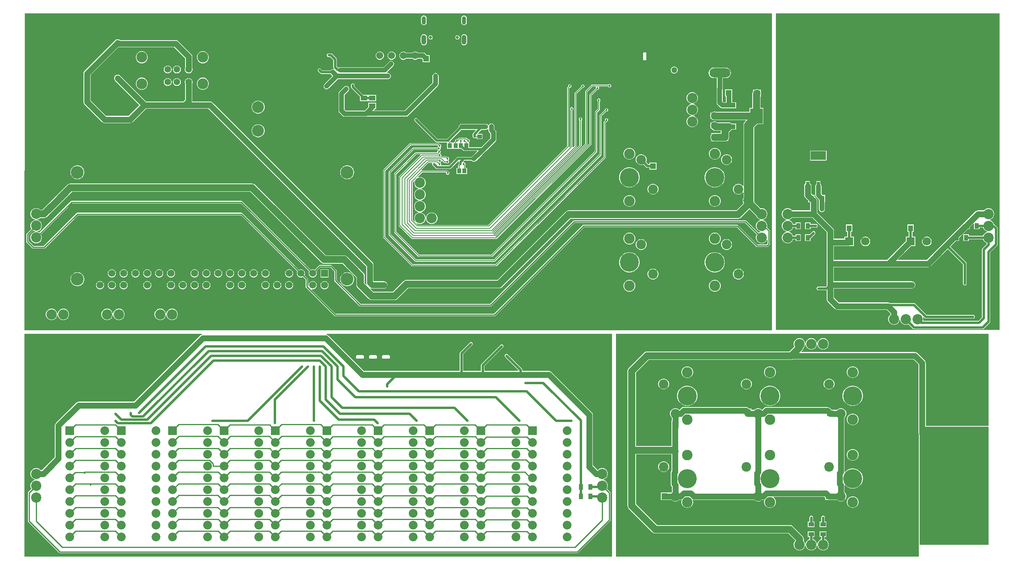
<source format=gbl>
G04*
G04 #@! TF.GenerationSoftware,Altium Limited,Altium Designer,25.1.2 (22)*
G04*
G04 Layer_Physical_Order=2*
G04 Layer_Color=16711680*
%FSLAX25Y25*%
%MOIN*%
G70*
G04*
G04 #@! TF.SameCoordinates,DBC5BB4E-B95F-4F78-ABC1-F02F3F3965D1*
G04*
G04*
G04 #@! TF.FilePolarity,Positive*
G04*
G01*
G75*
%ADD11C,0.02000*%
%ADD16C,0.01000*%
%ADD20C,0.10000*%
%ADD22R,0.05700X0.04400*%
%ADD23R,0.02600X0.07300*%
%ADD28R,0.04600X0.05700*%
%ADD41R,0.04724X0.03543*%
%ADD46R,0.03400X0.04200*%
%ADD48R,0.05000X0.05500*%
%ADD54R,0.04200X0.03400*%
%ADD56R,0.04200X0.05100*%
%ADD57R,0.05000X0.05000*%
%ADD59R,0.05500X0.05000*%
%ADD60R,0.05700X0.04600*%
%ADD76C,0.08100*%
%ADD80O,0.07874X0.15748*%
%ADD81O,0.17717X0.07874*%
%ADD82O,0.15748X0.07874*%
%ADD83R,0.05900X0.05900*%
%ADD84C,0.05900*%
%ADD90C,0.05600*%
%ADD91C,0.05000*%
%ADD98R,0.10630X0.12992*%
%ADD99R,0.10630X0.03937*%
%ADD103C,0.00700*%
%ADD105C,0.04000*%
%ADD106C,0.05000*%
%ADD107C,0.06000*%
%ADD110C,0.03000*%
%ADD111C,0.16100*%
%ADD112C,0.08900*%
%ADD113R,0.07087X0.07087*%
%ADD114C,0.07087*%
%ADD115C,0.10039*%
%ADD116C,0.10827*%
%ADD117C,0.05937*%
%ADD118R,0.05937X0.05937*%
%ADD119R,0.07382X0.07382*%
%ADD120C,0.07382*%
%ADD121C,0.09100*%
%ADD122C,0.02559*%
%ADD123O,0.03543X0.07087*%
%ADD124O,0.04134X0.08268*%
%ADD125C,0.08661*%
%ADD126C,0.01800*%
%ADD127C,0.01600*%
%ADD128R,0.03543X0.04724*%
%ADD129C,0.08000*%
G36*
X846400Y221700D02*
X656900D01*
Y489700D01*
X846400D01*
Y221700D01*
D02*
G37*
G36*
X653700Y221600D02*
X21355D01*
X21002Y221954D01*
X21300Y489800D01*
X653700D01*
Y221600D01*
D02*
G37*
G36*
X837000Y140365D02*
X783868D01*
Y164000D01*
Y194000D01*
X783843Y194197D01*
Y194395D01*
X783791Y194587D01*
X783765Y194783D01*
X783689Y194966D01*
X783638Y195158D01*
X783539Y195330D01*
X783463Y195513D01*
X783342Y195670D01*
X783243Y195842D01*
X783103Y195982D01*
X782982Y196140D01*
X776982Y202140D01*
X776356Y202621D01*
X775626Y202923D01*
X774843Y203026D01*
X678672D01*
X678480Y203488D01*
X679496Y204504D01*
X679496Y204504D01*
X680057Y205235D01*
X680410Y206086D01*
X680484Y206653D01*
X680865Y207034D01*
X681501Y208135D01*
X681741Y209030D01*
X682259D01*
X682499Y208135D01*
X683135Y207034D01*
X684034Y206135D01*
X685135Y205499D01*
X686364Y205169D01*
X687636D01*
X688865Y205499D01*
X689966Y206135D01*
X690866Y207034D01*
X691502Y208135D01*
X691741Y209030D01*
X692259D01*
X692498Y208135D01*
X693134Y207034D01*
X694034Y206135D01*
X695135Y205499D01*
X696364Y205169D01*
X697636D01*
X698865Y205499D01*
X699966Y206135D01*
X700866Y207034D01*
X701502Y208135D01*
X701831Y209364D01*
Y210636D01*
X701502Y211865D01*
X700866Y212966D01*
X699966Y213865D01*
X698865Y214502D01*
X697636Y214831D01*
X696364D01*
X695135Y214502D01*
X694034Y213865D01*
X693134Y212966D01*
X692498Y211865D01*
X692259Y210970D01*
X691741D01*
X691502Y211865D01*
X690866Y212966D01*
X689966Y213865D01*
X688865Y214502D01*
X687636Y214831D01*
X686364D01*
X685135Y214502D01*
X684034Y213865D01*
X683135Y212966D01*
X682499Y211865D01*
X682259Y210970D01*
X681741D01*
X681501Y211865D01*
X680865Y212966D01*
X679966Y213865D01*
X678865Y214502D01*
X677636Y214831D01*
X676364D01*
X675135Y214502D01*
X674034Y213865D01*
X673135Y212966D01*
X672499Y211865D01*
X672169Y210636D01*
Y209364D01*
X672499Y208135D01*
X672734Y207727D01*
X668538Y203530D01*
X548000D01*
X547086Y203410D01*
X546235Y203057D01*
X545504Y202496D01*
X532504Y189496D01*
X531943Y188765D01*
X531590Y187914D01*
X531470Y187000D01*
Y120000D01*
Y73000D01*
X531590Y72086D01*
X531943Y71235D01*
X532504Y70504D01*
X552504Y50504D01*
X553235Y49943D01*
X554086Y49590D01*
X555000Y49470D01*
X667538D01*
X673470Y43538D01*
Y43301D01*
X673135Y42966D01*
X672499Y41865D01*
X672169Y40636D01*
Y39364D01*
X672499Y38135D01*
X673135Y37034D01*
X674034Y36134D01*
X675135Y35498D01*
X676364Y35169D01*
X677636D01*
X678865Y35498D01*
X679966Y36134D01*
X680865Y37034D01*
X681501Y38135D01*
X681741Y39030D01*
X682259D01*
X682499Y38135D01*
X683135Y37034D01*
X684034Y36134D01*
X685135Y35498D01*
X686364Y35169D01*
X687636D01*
X688865Y35498D01*
X689966Y36134D01*
X690866Y37034D01*
X691502Y38135D01*
X691741Y39030D01*
X692259D01*
X692498Y38135D01*
X693134Y37034D01*
X694034Y36134D01*
X695135Y35498D01*
X696364Y35169D01*
X697636D01*
X698865Y35498D01*
X699966Y36134D01*
X700866Y37034D01*
X701502Y38135D01*
X701831Y39364D01*
Y40636D01*
X701502Y41865D01*
X700866Y42966D01*
X699966Y43865D01*
X698865Y44502D01*
X698529Y44591D01*
Y46595D01*
X699862D01*
Y51138D01*
X694138D01*
Y46595D01*
X695471D01*
Y44591D01*
X695135Y44502D01*
X694034Y43865D01*
X693134Y42966D01*
X692498Y41865D01*
X692259Y40970D01*
X691741D01*
X691502Y41865D01*
X690866Y42966D01*
X689966Y43865D01*
X688865Y44502D01*
X688529Y44591D01*
Y46595D01*
X689862D01*
Y51138D01*
X684138D01*
Y46595D01*
X685471D01*
Y44591D01*
X685135Y44502D01*
X684034Y43865D01*
X683135Y42966D01*
X682499Y41865D01*
X682259Y40970D01*
X681741D01*
X681501Y41865D01*
X680865Y42966D01*
X680530Y43301D01*
Y45000D01*
X680410Y45914D01*
X680057Y46765D01*
X679496Y47496D01*
X671496Y55496D01*
X670765Y56057D01*
X669914Y56410D01*
X669000Y56530D01*
X556462D01*
X538530Y74462D01*
Y116470D01*
X568824D01*
Y102730D01*
X568810Y102717D01*
X568329Y102090D01*
X568027Y101360D01*
X567924Y100577D01*
Y91423D01*
X568027Y90640D01*
X568329Y89910D01*
X568810Y89283D01*
X568974Y89120D01*
Y84409D01*
X568591Y84026D01*
X565850D01*
Y84250D01*
X559850D01*
Y81197D01*
X559824Y81000D01*
X559850Y80803D01*
Y77750D01*
X565850D01*
Y77974D01*
X568591D01*
X569206Y77359D01*
X570244Y76760D01*
X571401Y76450D01*
X572599D01*
X573756Y76760D01*
X574794Y77359D01*
X575409Y77974D01*
X576464D01*
X576902Y78032D01*
X577299Y77580D01*
X577050Y76652D01*
Y75348D01*
X577387Y74089D01*
X578039Y72961D01*
X578961Y72039D01*
X580089Y71387D01*
X581348Y71050D01*
X582652D01*
X583911Y71387D01*
X585039Y72039D01*
X585961Y72961D01*
X586613Y74089D01*
X586950Y75348D01*
Y76652D01*
X586701Y77580D01*
X587098Y78032D01*
X587536Y77974D01*
X629750D01*
Y77700D01*
X632803D01*
X633000Y77674D01*
X633197Y77700D01*
X636250D01*
Y77974D01*
X638591D01*
X639206Y77359D01*
X640244Y76760D01*
X641401Y76450D01*
X642599D01*
X643756Y76760D01*
X644794Y77359D01*
X645409Y77974D01*
X646464D01*
X646902Y78032D01*
X647299Y77580D01*
X647050Y76652D01*
Y75348D01*
X647387Y74089D01*
X648039Y72961D01*
X648961Y72039D01*
X650089Y71387D01*
X651348Y71050D01*
X652652D01*
X653911Y71387D01*
X655039Y72039D01*
X655961Y72961D01*
X656613Y74089D01*
X656950Y75348D01*
Y76652D01*
X656613Y77911D01*
X655961Y79039D01*
X655076Y79924D01*
X655106Y80210D01*
X655163Y80424D01*
X698147D01*
X698750Y79821D01*
Y77850D01*
X701803D01*
X702000Y77824D01*
X702197Y77850D01*
X705250D01*
Y77974D01*
X708591D01*
X709206Y77359D01*
X710244Y76760D01*
X711401Y76450D01*
X712599D01*
X713756Y76760D01*
X714794Y77359D01*
X715641Y78206D01*
X716240Y79244D01*
X716550Y80401D01*
Y81599D01*
X716240Y82756D01*
X715641Y83794D01*
X715026Y84409D01*
Y90175D01*
X715519Y90389D01*
X716550Y89359D01*
X717950Y88423D01*
X719506Y87779D01*
X721158Y87450D01*
X722842D01*
X724494Y87779D01*
X726050Y88423D01*
X727450Y89359D01*
X728641Y90550D01*
X729577Y91950D01*
X730221Y93506D01*
X730550Y95158D01*
Y96842D01*
X730221Y98494D01*
X729577Y100050D01*
X728641Y101450D01*
X727450Y102641D01*
X726050Y103577D01*
X724494Y104221D01*
X722842Y104550D01*
X721158D01*
X719506Y104221D01*
X717950Y103577D01*
X716550Y102641D01*
X715519Y101611D01*
X715026Y101824D01*
Y147591D01*
X715641Y148206D01*
X716240Y149244D01*
X716550Y150401D01*
Y151599D01*
X716240Y152756D01*
X715641Y153794D01*
X714794Y154641D01*
X713756Y155240D01*
X712599Y155550D01*
X711401D01*
X710244Y155240D01*
X709206Y154641D01*
X708591Y154026D01*
X706250D01*
Y154150D01*
X704279D01*
X702940Y155490D01*
X702313Y155971D01*
X701583Y156273D01*
X700800Y156376D01*
X699667D01*
X698907Y156476D01*
X648914D01*
X648131Y156373D01*
X647401Y156070D01*
X646774Y155590D01*
X645310Y154125D01*
X644794Y154641D01*
X643756Y155240D01*
X642599Y155550D01*
X641401D01*
X640244Y155240D01*
X639206Y154641D01*
X638591Y154026D01*
X636250D01*
Y155150D01*
X634279D01*
X633840Y155590D01*
X633213Y156070D01*
X632483Y156373D01*
X631700Y156476D01*
X578914D01*
X578131Y156373D01*
X577401Y156070D01*
X576775Y155590D01*
X575310Y154125D01*
X574794Y154641D01*
X573756Y155240D01*
X572599Y155550D01*
X571401D01*
X570244Y155240D01*
X569206Y154641D01*
X568359Y153794D01*
X567760Y152756D01*
X567450Y151599D01*
Y150401D01*
X567760Y149244D01*
X568359Y148206D01*
X568974Y147591D01*
Y145250D01*
X568850D01*
Y140197D01*
X568824Y140000D01*
Y123530D01*
X538530D01*
Y185538D01*
X549462Y196470D01*
X670000D01*
X670914Y196590D01*
X671765Y196943D01*
X671806Y196974D01*
X773589D01*
X777817Y192747D01*
Y164000D01*
Y134158D01*
X777920Y133374D01*
X778000Y133180D01*
Y30000D01*
X521600D01*
Y218400D01*
X837000D01*
Y140365D01*
D02*
G37*
G36*
X518300Y30000D02*
X21000D01*
Y218400D01*
X171119D01*
X171217Y217923D01*
X170487Y217620D01*
X169860Y217140D01*
X113747Y161026D01*
X67000D01*
X66217Y160923D01*
X65487Y160620D01*
X64860Y160140D01*
X47667Y142946D01*
X47186Y142320D01*
X46884Y141590D01*
X46781Y140807D01*
Y114060D01*
X35747Y103026D01*
X34806D01*
X33966Y103866D01*
X32865Y104501D01*
X31636Y104831D01*
X30364D01*
X29135Y104501D01*
X28034Y103866D01*
X27134Y102966D01*
X26498Y101865D01*
X26169Y100636D01*
Y99364D01*
X26498Y98135D01*
X27134Y97034D01*
X28034Y96135D01*
X29135Y95499D01*
X30030Y95259D01*
Y94741D01*
X29135Y94502D01*
X28034Y93866D01*
X27134Y92966D01*
X26498Y91865D01*
X26169Y90636D01*
Y89364D01*
X26498Y88135D01*
X26936Y87378D01*
X24279Y84721D01*
X24058Y84390D01*
X23980Y84000D01*
Y60000D01*
X24058Y59610D01*
X24279Y59279D01*
X50279Y33279D01*
X50610Y33058D01*
X51000Y32980D01*
X489000D01*
X489390Y33058D01*
X489721Y33279D01*
X516721Y60279D01*
X516942Y60610D01*
X517020Y61000D01*
Y84000D01*
X516942Y84390D01*
X516721Y84721D01*
X514064Y87378D01*
X514501Y88135D01*
X514831Y89364D01*
Y90636D01*
X514501Y91865D01*
X513866Y92966D01*
X512966Y93866D01*
X511865Y94502D01*
X510970Y94741D01*
Y95259D01*
X511865Y95499D01*
X512966Y96135D01*
X513866Y97034D01*
X514501Y98135D01*
X514831Y99364D01*
Y100636D01*
X514501Y101865D01*
X513866Y102966D01*
X512966Y103866D01*
X511865Y104501D01*
X510636Y104831D01*
X509364D01*
X508135Y104501D01*
X507034Y103866D01*
X506224Y103056D01*
X502026Y107253D01*
Y150000D01*
X501923Y150783D01*
X501620Y151513D01*
X501140Y152140D01*
X467140Y186140D01*
X466513Y186620D01*
X465783Y186923D01*
X465000Y187026D01*
X442529D01*
Y188000D01*
X442413Y188585D01*
X442081Y189081D01*
X430081Y201081D01*
X429585Y201413D01*
X429000Y201529D01*
X428415Y201413D01*
X427919Y201081D01*
X427587Y200585D01*
X427471Y200000D01*
X427587Y199415D01*
X427919Y198919D01*
X439311Y187526D01*
X439104Y187026D01*
X410529D01*
Y191367D01*
X426081Y206919D01*
X426413Y207415D01*
X426529Y208000D01*
X426413Y208585D01*
X426081Y209081D01*
X425585Y209413D01*
X425000Y209529D01*
X424415Y209413D01*
X423919Y209081D01*
X407919Y193081D01*
X407587Y192585D01*
X407471Y192000D01*
Y187026D01*
X392529D01*
Y201366D01*
X400081Y208919D01*
X400413Y209415D01*
X400529Y210000D01*
X400413Y210585D01*
X400081Y211081D01*
X399585Y211413D01*
X399000Y211529D01*
X398415Y211413D01*
X397919Y211081D01*
X389919Y203081D01*
X389587Y202585D01*
X389471Y202000D01*
Y187026D01*
X308253D01*
X278140Y217140D01*
X277513Y217620D01*
X276783Y217923D01*
X276881Y218400D01*
X518300D01*
Y30000D01*
D02*
G37*
G36*
X783327Y140365D02*
X783486Y139982D01*
X783868Y139823D01*
X837000D01*
Y40000D01*
X778541D01*
Y133180D01*
X778500Y133280D01*
Y133388D01*
X778447Y133516D01*
X778358Y134193D01*
Y145000D01*
X783327D01*
Y140365D01*
D02*
G37*
%LPC*%
G36*
X699500Y373591D02*
X686500D01*
X686117Y373433D01*
X685959Y373050D01*
Y365750D01*
X686117Y365367D01*
X686500Y365209D01*
X699500D01*
X699883Y365367D01*
X700041Y365750D01*
Y373050D01*
X699883Y373433D01*
X699500Y373591D01*
D02*
G37*
G36*
X685750Y347750D02*
X682150D01*
Y346000D01*
X681810Y345740D01*
X681329Y345113D01*
X681027Y344383D01*
X680924Y343600D01*
Y336893D01*
X681024Y336133D01*
Y336000D01*
X681127Y335217D01*
X681429Y334487D01*
X681910Y333860D01*
X684450Y331321D01*
Y329950D01*
X685821D01*
X685974Y329797D01*
Y323026D01*
X670806D01*
X669966Y323866D01*
X668865Y324501D01*
X667636Y324831D01*
X666364D01*
X665135Y324501D01*
X664034Y323866D01*
X663134Y322966D01*
X662499Y321865D01*
X662169Y320636D01*
Y319364D01*
X662499Y318135D01*
X663134Y317034D01*
X664034Y316135D01*
X665135Y315498D01*
X666030Y315259D01*
Y314741D01*
X665135Y314502D01*
X664034Y313865D01*
X663134Y312966D01*
X662499Y311865D01*
X662169Y310636D01*
Y309364D01*
X662499Y308135D01*
X663134Y307034D01*
X664034Y306135D01*
X665135Y305499D01*
X666030Y305259D01*
Y304741D01*
X665135Y304502D01*
X664034Y303866D01*
X663134Y302966D01*
X662499Y301865D01*
X662169Y300636D01*
Y299364D01*
X662499Y298135D01*
X663134Y297034D01*
X664034Y296134D01*
X665135Y295498D01*
X666364Y295169D01*
X667636D01*
X668865Y295498D01*
X669966Y296134D01*
X670865Y297034D01*
X671501Y298135D01*
X671591Y298471D01*
X673595D01*
Y297138D01*
X678138D01*
Y302862D01*
X673595D01*
Y301529D01*
X671591D01*
X671501Y301865D01*
X670865Y302966D01*
X669966Y303866D01*
X668865Y304502D01*
X667970Y304741D01*
Y305259D01*
X668865Y305499D01*
X669966Y306135D01*
X670865Y307034D01*
X671501Y308135D01*
X671591Y308471D01*
X673595D01*
Y307138D01*
X678138D01*
Y312862D01*
X673595D01*
Y311529D01*
X671591D01*
X671501Y311865D01*
X670865Y312966D01*
X669966Y313865D01*
X668865Y314502D01*
X667970Y314741D01*
Y315259D01*
X668865Y315498D01*
X669966Y316135D01*
X670806Y316974D01*
X687747D01*
X699974Y304747D01*
Y296000D01*
Y278000D01*
Y260000D01*
Y259137D01*
X699367Y258529D01*
X693000D01*
X692415Y258413D01*
X691919Y258081D01*
X691587Y257585D01*
X691471Y257000D01*
X691587Y256415D01*
X691919Y255919D01*
X692415Y255587D01*
X693000Y255471D01*
X699974D01*
Y248000D01*
X700077Y247217D01*
X700380Y246487D01*
X700860Y245860D01*
X706860Y239860D01*
X707487Y239380D01*
X708217Y239077D01*
X709000Y238974D01*
X750747D01*
X753974Y235747D01*
Y234806D01*
X753134Y233966D01*
X752498Y232865D01*
X752169Y231636D01*
Y230364D01*
X752498Y229135D01*
X753134Y228034D01*
X754034Y227134D01*
X755135Y226499D01*
X756364Y226169D01*
X757636D01*
X758865Y226499D01*
X759966Y227134D01*
X760865Y228034D01*
X761502Y229135D01*
X761741Y230030D01*
X762259D01*
X762499Y229135D01*
X763134Y228034D01*
X764034Y227134D01*
X765135Y226499D01*
X766364Y226169D01*
X767636D01*
X768865Y226499D01*
X769165Y226672D01*
X772919Y222919D01*
X773415Y222587D01*
X774000Y222471D01*
X832000D01*
X832585Y222587D01*
X833081Y222919D01*
X838081Y227919D01*
X838413Y228415D01*
X838529Y229000D01*
Y287367D01*
X844375Y293212D01*
X844706Y293708D01*
X844823Y294293D01*
Y307707D01*
X844706Y308292D01*
X844375Y308788D01*
X842081Y311081D01*
X841631Y311383D01*
X841502Y311865D01*
X840866Y312966D01*
X839966Y313865D01*
X838865Y314502D01*
X837970Y314741D01*
Y315259D01*
X838865Y315498D01*
X839966Y316135D01*
X840866Y317034D01*
X841502Y318135D01*
X841831Y319364D01*
Y320636D01*
X841502Y321865D01*
X840866Y322966D01*
X839966Y323866D01*
X838865Y324501D01*
X837636Y324831D01*
X836364D01*
X835135Y324501D01*
X834034Y323866D01*
X833194Y323026D01*
X828000D01*
X827217Y322923D01*
X826487Y322621D01*
X825860Y322140D01*
X799360Y295640D01*
X784747Y281026D01*
X760230D01*
X760038Y281488D01*
X771250Y292700D01*
X775058D01*
Y300786D01*
X772544D01*
Y304950D01*
X773550D01*
Y311050D01*
X768350D01*
Y304950D01*
X769485D01*
Y300786D01*
X766971D01*
Y296979D01*
X751018Y281026D01*
X706026D01*
Y292974D01*
X714971D01*
Y292700D01*
X723058D01*
Y300786D01*
X720544D01*
Y304950D01*
X721550D01*
Y311050D01*
X716350D01*
Y304950D01*
X717485D01*
Y300786D01*
X714971D01*
Y299026D01*
X706026D01*
Y306000D01*
X705923Y306783D01*
X705620Y307513D01*
X705140Y308140D01*
X692026Y321253D01*
Y331050D01*
X692026Y331050D01*
X691923Y331833D01*
X691620Y332563D01*
X691140Y333190D01*
X691140Y333190D01*
X689650Y334679D01*
Y336050D01*
X688279D01*
X687006Y337323D01*
X686976Y337552D01*
Y343600D01*
X686873Y344383D01*
X686571Y345113D01*
X686090Y345740D01*
X685750Y346000D01*
Y347750D01*
D02*
G37*
G36*
X694800D02*
X691200D01*
Y345404D01*
X691198Y345402D01*
X690645Y344576D01*
X690451Y343600D01*
Y335950D01*
X690645Y334975D01*
X691198Y334148D01*
X693350Y331995D01*
Y329950D01*
X693401D01*
Y324050D01*
X693595Y323075D01*
X694148Y322248D01*
X694975Y321695D01*
X695950Y321501D01*
X696925Y321695D01*
X697752Y322248D01*
X698305Y323075D01*
X698499Y324050D01*
Y329950D01*
X698550D01*
Y336050D01*
X696505D01*
X695549Y337006D01*
Y343600D01*
X695355Y344576D01*
X694802Y345402D01*
X694800Y345404D01*
Y347750D01*
D02*
G37*
G36*
X686406Y312862D02*
X681862D01*
Y307138D01*
X686406D01*
Y308471D01*
X691000D01*
X691585Y308587D01*
X692081Y308919D01*
X692413Y309415D01*
X692529Y310000D01*
X692413Y310585D01*
X692081Y311081D01*
X691585Y311413D01*
X691000Y311529D01*
X686406D01*
Y312862D01*
D02*
G37*
G36*
X689000Y305529D02*
X688415Y305413D01*
X687919Y305081D01*
X685699Y302862D01*
X681862D01*
Y297138D01*
X686406D01*
Y299243D01*
X690081Y302919D01*
X690413Y303415D01*
X690529Y304000D01*
X690413Y304585D01*
X690081Y305081D01*
X689585Y305413D01*
X689000Y305529D01*
D02*
G37*
G36*
X785326Y300786D02*
X784262D01*
X783233Y300511D01*
X782311Y299979D01*
X781559Y299226D01*
X781026Y298304D01*
X780751Y297276D01*
Y296211D01*
X781026Y295183D01*
X781559Y294261D01*
X782311Y293508D01*
X783233Y292975D01*
X784262Y292700D01*
X785326D01*
X786355Y292975D01*
X787277Y293508D01*
X788029Y294261D01*
X788562Y295183D01*
X788837Y296211D01*
Y297276D01*
X788562Y298304D01*
X788029Y299226D01*
X787277Y299979D01*
X786355Y300511D01*
X785326Y300786D01*
D02*
G37*
G36*
X733326D02*
X732262D01*
X731233Y300511D01*
X730311Y299979D01*
X729559Y299226D01*
X729026Y298304D01*
X728751Y297276D01*
Y296211D01*
X729026Y295183D01*
X729559Y294261D01*
X730311Y293508D01*
X731233Y292975D01*
X732262Y292700D01*
X733326D01*
X734355Y292975D01*
X735277Y293508D01*
X736029Y294261D01*
X736562Y295183D01*
X736837Y296211D01*
Y297276D01*
X736562Y298304D01*
X736029Y299226D01*
X735277Y299979D01*
X734355Y300511D01*
X733326Y300786D01*
D02*
G37*
%LPD*%
G36*
X699500Y365750D02*
X686500D01*
Y373050D01*
X699500D01*
Y365750D01*
D02*
G37*
G36*
X824862Y311930D02*
Y307138D01*
X829405D01*
Y308471D01*
X832409D01*
X832498Y308135D01*
X833134Y307034D01*
X834034Y306135D01*
X835135Y305499D01*
X836030Y305259D01*
Y304741D01*
X835135Y304502D01*
X834034Y303866D01*
X833134Y302966D01*
X832498Y301865D01*
X832409Y301529D01*
X820405D01*
Y302862D01*
X815862D01*
Y297138D01*
X820405D01*
Y298471D01*
X832409D01*
X832498Y298135D01*
X833134Y297034D01*
X834034Y296134D01*
X835135Y295498D01*
X835471Y295409D01*
Y294634D01*
X831919Y291081D01*
X831587Y290585D01*
X831471Y290000D01*
Y232633D01*
X828366Y229529D01*
X782018D01*
X781713Y229926D01*
X781831Y230364D01*
Y231636D01*
X781588Y232542D01*
X782036Y232801D01*
X782919Y231919D01*
X783415Y231587D01*
X784000Y231471D01*
X824000D01*
X824585Y231587D01*
X825081Y231919D01*
X825413Y232415D01*
X825529Y233000D01*
X825413Y233585D01*
X825081Y234081D01*
X824585Y234413D01*
X824000Y234529D01*
X784633D01*
X775081Y244081D01*
X774585Y244413D01*
X774000Y244529D01*
X753632D01*
X753513Y244620D01*
X752783Y244923D01*
X752000Y245026D01*
X710253D01*
X706026Y249253D01*
Y256974D01*
X741114D01*
X741605Y256842D01*
X742395D01*
X742886Y256974D01*
X772000D01*
X772197Y257000D01*
X772395D01*
X772586Y257051D01*
X772783Y257077D01*
X772966Y257153D01*
X773158Y257204D01*
X773330Y257304D01*
X773513Y257380D01*
X773670Y257500D01*
X773842Y257599D01*
X773982Y257740D01*
X774140Y257860D01*
X774260Y258018D01*
X774401Y258158D01*
X774500Y258330D01*
X774620Y258487D01*
X774696Y258670D01*
X774796Y258842D01*
X774847Y259034D01*
X774923Y259217D01*
X774949Y259414D01*
X775000Y259605D01*
Y259803D01*
X775026Y260000D01*
X775000Y260197D01*
Y260395D01*
X774949Y260587D01*
X774923Y260783D01*
X774847Y260966D01*
X774796Y261158D01*
X774696Y261330D01*
X774620Y261513D01*
X774500Y261670D01*
X774401Y261842D01*
X774260Y261982D01*
X774140Y262140D01*
X773982Y262260D01*
X773842Y262401D01*
X773670Y262500D01*
X773513Y262620D01*
X773330Y262696D01*
X773158Y262796D01*
X772966Y262847D01*
X772783Y262923D01*
X772586Y262949D01*
X772395Y263000D01*
X772197D01*
X772000Y263026D01*
X706026D01*
Y274974D01*
X786000D01*
X786783Y275077D01*
X787513Y275379D01*
X788140Y275860D01*
X802558Y290279D01*
X815471Y277366D01*
Y261000D01*
X815587Y260415D01*
X815919Y259919D01*
X816415Y259587D01*
X817000Y259471D01*
X817585Y259587D01*
X818081Y259919D01*
X818413Y260415D01*
X818529Y261000D01*
Y278000D01*
X818413Y278585D01*
X818081Y279081D01*
X804721Y292442D01*
X809417Y297138D01*
X812138D01*
Y299858D01*
X819417Y307138D01*
X821138D01*
Y308858D01*
X824400Y312121D01*
X824862Y311930D01*
D02*
G37*
%LPC*%
G36*
X393130Y488076D02*
X392244Y487900D01*
X391492Y487398D01*
X390990Y486646D01*
X390814Y485760D01*
Y482217D01*
X390990Y481330D01*
X391492Y480579D01*
X392244Y480077D01*
X393130Y479900D01*
X394016Y480077D01*
X394768Y480579D01*
X395270Y481330D01*
X395446Y482217D01*
Y485760D01*
X395270Y486646D01*
X394768Y487398D01*
X394016Y487900D01*
X393130Y488076D01*
D02*
G37*
G36*
X359114D02*
X358228Y487900D01*
X357476Y487398D01*
X356974Y486646D01*
X356798Y485760D01*
Y482217D01*
X356974Y481330D01*
X357476Y480579D01*
X358228Y480077D01*
X359114Y479900D01*
X360000Y480077D01*
X360752Y480579D01*
X361254Y481330D01*
X361430Y482217D01*
Y485760D01*
X361254Y486646D01*
X360752Y487398D01*
X360000Y487900D01*
X359114Y488076D01*
D02*
G37*
G36*
X387854Y471279D02*
X387146D01*
X386492Y471009D01*
X385991Y470508D01*
X385720Y469854D01*
Y469146D01*
X385991Y468492D01*
X386492Y467991D01*
X387146Y467721D01*
X387854D01*
X388508Y467991D01*
X389009Y468492D01*
X389280Y469146D01*
Y469854D01*
X389009Y470508D01*
X388508Y471009D01*
X387854Y471279D01*
D02*
G37*
G36*
X365098D02*
X364390D01*
X363736Y471009D01*
X363235Y470508D01*
X362965Y469854D01*
Y469146D01*
X363235Y468492D01*
X363736Y467991D01*
X364390Y467721D01*
X365098D01*
X365752Y467991D01*
X366253Y468492D01*
X366524Y469146D01*
Y469854D01*
X366253Y470508D01*
X365752Y471009D01*
X365098Y471279D01*
D02*
G37*
G36*
X393130Y472188D02*
X392460Y472099D01*
X391835Y471841D01*
X391299Y471429D01*
X390888Y470893D01*
X390629Y470268D01*
X390541Y469598D01*
Y465465D01*
X390629Y464794D01*
X390888Y464170D01*
X391299Y463634D01*
X391835Y463222D01*
X392460Y462964D01*
X393130Y462876D01*
X393800Y462964D01*
X394425Y463222D01*
X394961Y463634D01*
X395372Y464170D01*
X395631Y464794D01*
X395719Y465465D01*
Y469598D01*
X395631Y470268D01*
X395372Y470893D01*
X394961Y471429D01*
X394425Y471841D01*
X393800Y472099D01*
X393130Y472188D01*
D02*
G37*
G36*
X359114D02*
X358444Y472099D01*
X357820Y471841D01*
X357283Y471429D01*
X356872Y470893D01*
X356613Y470268D01*
X356525Y469598D01*
Y465465D01*
X356613Y464794D01*
X356872Y464170D01*
X357283Y463634D01*
X357820Y463222D01*
X358444Y462964D01*
X359114Y462876D01*
X359784Y462964D01*
X360409Y463222D01*
X360945Y463634D01*
X361356Y464170D01*
X361615Y464794D01*
X361703Y465465D01*
Y469598D01*
X361615Y470268D01*
X361356Y470893D01*
X360945Y471429D01*
X360409Y471841D01*
X359784Y472099D01*
X359114Y472188D01*
D02*
G37*
G36*
X352254Y457550D02*
X351346D01*
X350468Y457315D01*
X349682Y456861D01*
X349470Y456649D01*
X344130D01*
X343918Y456861D01*
X343132Y457315D01*
X342254Y457550D01*
X341346D01*
X340468Y457315D01*
X339682Y456861D01*
X339039Y456218D01*
X338585Y455432D01*
X338350Y454554D01*
Y453646D01*
X338585Y452768D01*
X339039Y451982D01*
X339682Y451339D01*
X340468Y450885D01*
X341346Y450650D01*
X342254D01*
X343132Y450885D01*
X343918Y451339D01*
X344130Y451551D01*
X349470D01*
X349682Y451339D01*
X350468Y450885D01*
X351346Y450650D01*
X352254D01*
X353132Y450885D01*
X353918Y451339D01*
X354130Y451551D01*
X357394D01*
X358000Y450945D01*
Y448550D01*
X364000D01*
Y454550D01*
X361605D01*
X360252Y455902D01*
X359425Y456455D01*
X358450Y456649D01*
X354130D01*
X353918Y456861D01*
X353132Y457315D01*
X352254Y457550D01*
D02*
G37*
G36*
X332254D02*
X331346D01*
X330468Y457315D01*
X329682Y456861D01*
X329039Y456218D01*
X328585Y455432D01*
X328350Y454554D01*
Y453646D01*
X328585Y452768D01*
X329039Y451982D01*
X329682Y451339D01*
X330468Y450885D01*
X331346Y450650D01*
X332254D01*
X333132Y450885D01*
X333918Y451339D01*
X334561Y451982D01*
X335015Y452768D01*
X335250Y453646D01*
Y454554D01*
X335015Y455432D01*
X334561Y456218D01*
X333918Y456861D01*
X333132Y457315D01*
X332254Y457550D01*
D02*
G37*
G36*
X322254D02*
X321346D01*
X320468Y457315D01*
X319682Y456861D01*
X319039Y456218D01*
X318585Y455432D01*
X318350Y454554D01*
Y453646D01*
X318585Y452768D01*
X319039Y451982D01*
X319682Y451339D01*
X320468Y450885D01*
X321346Y450650D01*
X322254D01*
X323132Y450885D01*
X323918Y451339D01*
X324561Y451982D01*
X325015Y452768D01*
X325250Y453646D01*
Y454554D01*
X325015Y455432D01*
X324561Y456218D01*
X323918Y456861D01*
X323132Y457315D01*
X322254Y457550D01*
D02*
G37*
G36*
X546656Y456991D02*
X545344D01*
X544961Y456833D01*
X544802Y456450D01*
Y450550D01*
X544961Y450167D01*
X545344Y450009D01*
X546656D01*
X547039Y450167D01*
X547198Y450550D01*
Y456450D01*
X547039Y456833D01*
X546656Y456991D01*
D02*
G37*
G36*
X172719Y457721D02*
X171389D01*
X170105Y457377D01*
X168953Y456712D01*
X168013Y455772D01*
X167348Y454620D01*
X167004Y453336D01*
Y452006D01*
X167348Y450722D01*
X168013Y449570D01*
X168953Y448630D01*
X170105Y447965D01*
X171389Y447621D01*
X172719D01*
X174003Y447965D01*
X175155Y448630D01*
X176095Y449570D01*
X176760Y450722D01*
X177104Y452006D01*
Y453336D01*
X176760Y454620D01*
X176095Y455772D01*
X175155Y456712D01*
X174003Y457377D01*
X172719Y457721D01*
D02*
G37*
G36*
X120987D02*
X119657D01*
X118373Y457377D01*
X117221Y456712D01*
X116281Y455772D01*
X115616Y454620D01*
X115272Y453336D01*
Y452006D01*
X115616Y450722D01*
X116281Y449570D01*
X117221Y448630D01*
X118373Y447965D01*
X119657Y447621D01*
X120987D01*
X122271Y447965D01*
X123423Y448630D01*
X124363Y449570D01*
X125028Y450722D01*
X125372Y452006D01*
Y453336D01*
X125028Y454620D01*
X124363Y455772D01*
X123423Y456712D01*
X122271Y457377D01*
X120987Y457721D01*
D02*
G37*
G36*
X280500Y455929D02*
X278600D01*
X278015Y455813D01*
X277519Y455481D01*
X277187Y454985D01*
X277071Y454400D01*
X277187Y453815D01*
X277519Y453319D01*
X278015Y452987D01*
X278600Y452871D01*
X279867D01*
X282471Y450267D01*
Y444205D01*
X282587Y443619D01*
X282919Y443123D01*
X283078Y442964D01*
X282831Y442503D01*
X282100Y442649D01*
X281124Y442455D01*
X280298Y441902D01*
X280115Y441629D01*
X273005D01*
X271817Y442817D01*
X271321Y443149D01*
X270736Y443265D01*
X270150Y443149D01*
X269654Y442817D01*
X269323Y442321D01*
X269206Y441736D01*
X269323Y441151D01*
X269654Y440654D01*
X271290Y439019D01*
X271786Y438687D01*
X272372Y438571D01*
X280115D01*
X280298Y438298D01*
X281795Y436800D01*
X274998Y430002D01*
X274445Y429176D01*
X274251Y428200D01*
X274445Y427224D01*
X274998Y426398D01*
X275824Y425845D01*
X276800Y425651D01*
X277776Y425845D01*
X278602Y426398D01*
X286456Y434251D01*
X328707D01*
X329683Y434445D01*
X330510Y434998D01*
X331062Y435824D01*
X331256Y436800D01*
X331062Y437776D01*
X330510Y438602D01*
X329683Y439155D01*
X328707Y439349D01*
X327854D01*
X327709Y439827D01*
X327814Y439898D01*
X333158Y445242D01*
X333711Y446069D01*
X333905Y447044D01*
X333711Y448020D01*
X333158Y448846D01*
X332331Y449399D01*
X331356Y449593D01*
X330381Y449399D01*
X329554Y448846D01*
X324956Y444249D01*
X288200D01*
X287225Y444055D01*
X286678Y443690D01*
X285529Y444838D01*
Y450900D01*
X285413Y451485D01*
X285081Y451981D01*
X281581Y455481D01*
X281085Y455813D01*
X280500Y455929D01*
D02*
G37*
G36*
X100000Y468026D02*
X99803Y468000D01*
X99605D01*
X99414Y467949D01*
X99217Y467923D01*
X99034Y467847D01*
X98842Y467796D01*
X98670Y467696D01*
X98487Y467621D01*
X98330Y467500D01*
X98158Y467401D01*
X98018Y467260D01*
X97860Y467140D01*
X71860Y441140D01*
X71380Y440513D01*
X71077Y439783D01*
X70974Y439000D01*
Y414900D01*
X71077Y414117D01*
X71380Y413387D01*
X71860Y412760D01*
X86760Y397860D01*
X87387Y397379D01*
X88117Y397077D01*
X88900Y396974D01*
X110400D01*
X111183Y397077D01*
X111913Y397379D01*
X112540Y397860D01*
X123953Y409274D01*
X176747D01*
X310374Y275647D01*
Y262000D01*
X310477Y261217D01*
X310780Y260487D01*
X310373Y260220D01*
X309030Y261562D01*
Y267515D01*
X308910Y268428D01*
X308557Y269280D01*
X307996Y270011D01*
X294104Y283904D01*
X293373Y284465D01*
X292521Y284817D01*
X291607Y284938D01*
X276055D01*
X216296Y344696D01*
X215565Y345257D01*
X214714Y345610D01*
X213800Y345730D01*
X59800D01*
X58886Y345610D01*
X58035Y345257D01*
X57304Y344696D01*
X44404Y331796D01*
X44404Y331796D01*
X36238Y323630D01*
X34301D01*
X33966Y323966D01*
X32865Y324602D01*
X31636Y324931D01*
X30364D01*
X29135Y324602D01*
X28034Y323966D01*
X27134Y323066D01*
X26498Y321965D01*
X26169Y320736D01*
Y319464D01*
X26498Y318235D01*
X27134Y317134D01*
X28034Y316234D01*
X29135Y315599D01*
X30030Y315359D01*
Y314841D01*
X29135Y314601D01*
X28034Y313966D01*
X27134Y313066D01*
X26498Y311965D01*
X26169Y310736D01*
Y309464D01*
X26498Y308235D01*
X26936Y307478D01*
X22879Y303421D01*
X22658Y303090D01*
X22580Y302700D01*
Y296600D01*
X22658Y296210D01*
X22879Y295879D01*
X27779Y290979D01*
X28110Y290758D01*
X28500Y290680D01*
X37600D01*
X37990Y290758D01*
X38321Y290979D01*
X66322Y318980D01*
X204302Y318980D01*
X251933Y271349D01*
X251768Y271063D01*
X251532Y270181D01*
Y269268D01*
X251768Y268386D01*
X252224Y267595D01*
X252870Y266949D01*
X253661Y266492D01*
X254543Y266256D01*
X255457D01*
X256339Y266492D01*
X256625Y266657D01*
X258880Y264402D01*
Y258600D01*
X258958Y258210D01*
X259179Y257879D01*
X283279Y233779D01*
X283610Y233558D01*
X284000Y233480D01*
X419000D01*
X419390Y233558D01*
X419721Y233779D01*
X494651Y308709D01*
X623949D01*
X640179Y292479D01*
X640510Y292258D01*
X640900Y292180D01*
X649600D01*
X649990Y292258D01*
X650321Y292479D01*
X651721Y293879D01*
X651942Y294210D01*
X652020Y294600D01*
Y305800D01*
X651942Y306190D01*
X651721Y306521D01*
X649629Y308613D01*
X649831Y309364D01*
Y310636D01*
X649502Y311865D01*
X648866Y312966D01*
X647966Y313865D01*
X646865Y314502D01*
X645970Y314741D01*
Y315259D01*
X646865Y315498D01*
X647966Y316135D01*
X648866Y317034D01*
X649502Y318135D01*
X649831Y319364D01*
Y320636D01*
X649502Y321865D01*
X648866Y322966D01*
X647966Y323866D01*
X646865Y324501D01*
X645636Y324831D01*
X644364D01*
X644047Y324746D01*
X638639Y330154D01*
Y393217D01*
X641425Y396004D01*
X646429D01*
Y409996D01*
X644144D01*
Y419150D01*
X644250D01*
Y420850D01*
X644410Y421236D01*
X644530Y422150D01*
X644410Y423064D01*
X644250Y423450D01*
Y425150D01*
X642840D01*
X642765Y425207D01*
X641914Y425560D01*
X641000Y425680D01*
X640086Y425560D01*
X639235Y425207D01*
X639160Y425150D01*
X637750D01*
Y423781D01*
X637557Y423529D01*
X637204Y422678D01*
X637084Y421764D01*
Y409996D01*
X634799D01*
Y406530D01*
X605985D01*
X605914Y406560D01*
X605000Y406680D01*
X604086Y406560D01*
X603235Y406207D01*
X602900Y405950D01*
X601650D01*
Y404208D01*
X601590Y404064D01*
X601470Y403150D01*
X601590Y402236D01*
X601650Y402092D01*
Y400350D01*
X602854D01*
X603385Y399943D01*
X604236Y399590D01*
X605150Y399470D01*
X631400D01*
X631592Y399008D01*
X630891Y398307D01*
X630169Y397367D01*
X629716Y396272D01*
X629561Y395097D01*
Y343719D01*
X629061Y343585D01*
X628941Y343794D01*
X628094Y344641D01*
X627056Y345240D01*
X625899Y345550D01*
X624701D01*
X623544Y345240D01*
X622506Y344641D01*
X621659Y343794D01*
X621060Y342756D01*
X620750Y341599D01*
Y340401D01*
X621060Y339244D01*
X621659Y338206D01*
X622506Y337359D01*
X623544Y336760D01*
X624701Y336450D01*
X625899D01*
X627056Y336760D01*
X628094Y337359D01*
X628941Y338206D01*
X629061Y338415D01*
X629561Y338281D01*
Y333364D01*
X629380Y333128D01*
X629027Y332277D01*
X628907Y331363D01*
X629027Y330449D01*
X629380Y329598D01*
X629615Y329291D01*
X629648Y329041D01*
X623638Y323030D01*
X481700D01*
X480786Y322910D01*
X479935Y322557D01*
X479204Y321996D01*
X421338Y264130D01*
X344300D01*
X344300Y264130D01*
X343386Y264010D01*
X342535Y263657D01*
X341804Y263096D01*
X332838Y254130D01*
X316462D01*
X313720Y256873D01*
X313987Y257279D01*
X314717Y256977D01*
X315500Y256874D01*
X316260Y256974D01*
X324441D01*
X325200Y256874D01*
X325983Y256977D01*
X326713Y257279D01*
X327340Y257760D01*
X327820Y258387D01*
X328123Y259117D01*
X328226Y259900D01*
X328123Y260683D01*
X327820Y261413D01*
X327340Y262040D01*
X327240Y262140D01*
X326613Y262620D01*
X325883Y262923D01*
X325100Y263026D01*
X316653D01*
X316426Y263253D01*
Y276900D01*
X316426Y276900D01*
X316323Y277683D01*
X316020Y278413D01*
X315540Y279040D01*
X315540Y279040D01*
X180140Y414440D01*
X179513Y414921D01*
X178783Y415223D01*
X178000Y415326D01*
X163118D01*
X162994Y415468D01*
Y430328D01*
X163043Y430413D01*
X163268Y431252D01*
Y432121D01*
X163043Y432960D01*
X162608Y433713D01*
X161994Y434327D01*
X161241Y434762D01*
X160402Y434987D01*
X159533D01*
X158694Y434762D01*
X157941Y434327D01*
X157327Y433713D01*
X156893Y432960D01*
X156668Y432121D01*
Y431252D01*
X156893Y430413D01*
X156942Y430328D01*
Y416721D01*
X155547Y415326D01*
X123953D01*
X102140Y437140D01*
X101982Y437260D01*
X101842Y437401D01*
X101670Y437500D01*
X101513Y437620D01*
X101330Y437696D01*
X101158Y437796D01*
X100966Y437847D01*
X100783Y437923D01*
X100586Y437949D01*
X100395Y438000D01*
X100197D01*
X100000Y438026D01*
X99803Y438000D01*
X99605D01*
X99414Y437949D01*
X99217Y437923D01*
X99034Y437847D01*
X98842Y437796D01*
X98670Y437696D01*
X98487Y437620D01*
X98330Y437500D01*
X98158Y437401D01*
X98018Y437260D01*
X97860Y437140D01*
X97740Y436982D01*
X97599Y436842D01*
X97500Y436670D01*
X97379Y436513D01*
X97304Y436330D01*
X97204Y436158D01*
X97153Y435966D01*
X97077Y435783D01*
X97051Y435587D01*
X97000Y435395D01*
Y435197D01*
X96974Y435000D01*
X97000Y434803D01*
Y434605D01*
X97051Y434413D01*
X97077Y434217D01*
X97153Y434034D01*
X97204Y433842D01*
X97304Y433670D01*
X97379Y433487D01*
X97500Y433330D01*
X97599Y433158D01*
X97740Y433018D01*
X97860Y432860D01*
X118421Y412300D01*
X109147Y403026D01*
X90153D01*
X77026Y416153D01*
Y437747D01*
X100417Y461138D01*
X100900Y461074D01*
X147847D01*
X156942Y451979D01*
Y443715D01*
X156893Y443630D01*
X156668Y442790D01*
Y441921D01*
X156893Y441082D01*
X157327Y440330D01*
X157941Y439715D01*
X158694Y439281D01*
X159533Y439056D01*
X160402D01*
X161241Y439281D01*
X161994Y439715D01*
X162608Y440330D01*
X163043Y441082D01*
X163268Y441921D01*
Y442790D01*
X163043Y443630D01*
X162994Y443715D01*
Y453232D01*
X162890Y454016D01*
X162588Y454745D01*
X162107Y455372D01*
X151240Y466240D01*
X150613Y466720D01*
X149883Y467023D01*
X149100Y467126D01*
X102153D01*
X102140Y467140D01*
X101982Y467260D01*
X101842Y467401D01*
X101670Y467500D01*
X101513Y467621D01*
X101330Y467696D01*
X101158Y467796D01*
X100966Y467847D01*
X100783Y467923D01*
X100586Y467949D01*
X100395Y468000D01*
X100197D01*
X100000Y468026D01*
D02*
G37*
G36*
X150559Y445656D02*
X149691D01*
X148851Y445431D01*
X148099Y444997D01*
X147484Y444382D01*
X147050Y443630D01*
X146825Y442790D01*
Y441921D01*
X147050Y441082D01*
X147484Y440330D01*
X148099Y439715D01*
X148851Y439281D01*
X149691Y439056D01*
X150559D01*
X151399Y439281D01*
X152151Y439715D01*
X152766Y440330D01*
X153200Y441082D01*
X153425Y441921D01*
Y442790D01*
X153200Y443630D01*
X152766Y444382D01*
X152151Y444997D01*
X151399Y445431D01*
X150559Y445656D01*
D02*
G37*
G36*
X142685D02*
X141817D01*
X140977Y445431D01*
X140225Y444997D01*
X139610Y444382D01*
X139176Y443630D01*
X138951Y442790D01*
Y441921D01*
X139176Y441082D01*
X139610Y440330D01*
X140225Y439715D01*
X140977Y439281D01*
X141817Y439056D01*
X142685D01*
X143525Y439281D01*
X144277Y439715D01*
X144892Y440330D01*
X145326Y441082D01*
X145551Y441921D01*
Y442790D01*
X145326Y443630D01*
X144892Y444382D01*
X144277Y444997D01*
X143525Y445431D01*
X142685Y445656D01*
D02*
G37*
G36*
X571395Y444842D02*
X570605D01*
X569842Y444638D01*
X569158Y444243D01*
X568599Y443685D01*
X568204Y443001D01*
X568000Y442238D01*
Y441448D01*
X568204Y440685D01*
X568599Y440000D01*
X569158Y439442D01*
X569842Y439047D01*
X570605Y438842D01*
X571395D01*
X572158Y439047D01*
X572842Y439442D01*
X573401Y440000D01*
X573796Y440685D01*
X574000Y441448D01*
Y442238D01*
X573796Y443001D01*
X573401Y443685D01*
X572842Y444243D01*
X572158Y444638D01*
X571395Y444842D01*
D02*
G37*
G36*
X150559Y434987D02*
X149691D01*
X148851Y434762D01*
X148099Y434327D01*
X147484Y433713D01*
X147050Y432960D01*
X146825Y432121D01*
Y431252D01*
X147050Y430413D01*
X147484Y429660D01*
X148099Y429046D01*
X148851Y428612D01*
X149691Y428387D01*
X150559D01*
X151399Y428612D01*
X152151Y429046D01*
X152766Y429660D01*
X153200Y430413D01*
X153425Y431252D01*
Y432121D01*
X153200Y432960D01*
X152766Y433713D01*
X152151Y434327D01*
X151399Y434762D01*
X150559Y434987D01*
D02*
G37*
G36*
X142685D02*
X141817D01*
X140977Y434762D01*
X140225Y434327D01*
X139610Y433713D01*
X139176Y432960D01*
X138951Y432121D01*
Y431252D01*
X139176Y430413D01*
X139610Y429660D01*
X140225Y429046D01*
X140977Y428612D01*
X141817Y428387D01*
X142685D01*
X143525Y428612D01*
X144277Y429046D01*
X144892Y429660D01*
X145326Y430413D01*
X145551Y431252D01*
Y432121D01*
X145326Y432960D01*
X144892Y433713D01*
X144277Y434327D01*
X143525Y434762D01*
X142685Y434987D01*
D02*
G37*
G36*
X172719Y435359D02*
X171389D01*
X170105Y435014D01*
X168953Y434350D01*
X168013Y433409D01*
X167348Y432258D01*
X167004Y430973D01*
Y429644D01*
X167348Y428359D01*
X168013Y427208D01*
X168953Y426268D01*
X170105Y425603D01*
X171389Y425259D01*
X172719D01*
X174003Y425603D01*
X175155Y426268D01*
X176095Y427208D01*
X176760Y428359D01*
X177104Y429644D01*
Y430973D01*
X176760Y432258D01*
X176095Y433409D01*
X175155Y434350D01*
X174003Y435014D01*
X172719Y435359D01*
D02*
G37*
G36*
X120987D02*
X119657D01*
X118373Y435014D01*
X117221Y434350D01*
X116281Y433409D01*
X115616Y432258D01*
X115272Y430973D01*
Y429644D01*
X115616Y428359D01*
X116281Y427208D01*
X117221Y426268D01*
X118373Y425603D01*
X119657Y425259D01*
X120987D01*
X122271Y425603D01*
X123423Y426268D01*
X124363Y427208D01*
X125028Y428359D01*
X125372Y429644D01*
Y430973D01*
X125028Y432258D01*
X124363Y433409D01*
X123423Y434350D01*
X122271Y435014D01*
X120987Y435359D01*
D02*
G37*
G36*
X299000Y430629D02*
X298415Y430513D01*
X297919Y430181D01*
X297587Y429685D01*
X297471Y429100D01*
Y427482D01*
X297587Y426897D01*
X297919Y426401D01*
X305009Y419310D01*
Y415423D01*
X311709D01*
Y415423D01*
X312099D01*
Y415423D01*
X318799D01*
Y420823D01*
X312099D01*
Y420823D01*
X311709D01*
Y420823D01*
X307822D01*
X300529Y428116D01*
Y429100D01*
X300413Y429685D01*
X300081Y430181D01*
X299585Y430513D01*
X299000Y430629D01*
D02*
G37*
G36*
X614471Y443969D02*
X604629D01*
X603470Y443816D01*
X602391Y443369D01*
X601464Y442658D01*
X600753Y441731D01*
X600306Y440652D01*
X600153Y439494D01*
X600306Y438335D01*
X600753Y437256D01*
X601464Y436329D01*
X602391Y435618D01*
X603470Y435171D01*
X604629Y435018D01*
X607001D01*
Y426251D01*
X606951Y426000D01*
Y414200D01*
X607145Y413225D01*
X607698Y412398D01*
X609842Y410253D01*
X610669Y409700D01*
X611645Y409506D01*
X617386D01*
X617790Y409587D01*
X623201D01*
Y414524D01*
X619935D01*
Y419350D01*
X620000D01*
Y425350D01*
X614000D01*
Y419350D01*
X614837D01*
Y414604D01*
X612701D01*
X612049Y415256D01*
Y425799D01*
X612099Y426050D01*
Y435018D01*
X614471D01*
X615630Y435171D01*
X616709Y435618D01*
X617636Y436329D01*
X618347Y437256D01*
X618794Y438335D01*
X618947Y439494D01*
X618794Y440652D01*
X618347Y441731D01*
X617636Y442658D01*
X616709Y443369D01*
X615630Y443816D01*
X614471Y443969D01*
D02*
G37*
G36*
X369000Y439349D02*
X368024Y439155D01*
X367198Y438602D01*
X366645Y437776D01*
X366451Y436800D01*
Y431156D01*
X342856Y407560D01*
X317141D01*
X316949Y408022D01*
X317252Y408325D01*
X317651Y408923D01*
X318799D01*
Y414323D01*
X312099D01*
Y410382D01*
X309266Y407549D01*
X293056D01*
X292049Y408556D01*
Y420844D01*
X295302Y424098D01*
X295855Y424925D01*
X296049Y425900D01*
X295855Y426875D01*
X295302Y427702D01*
X294476Y428255D01*
X293500Y428449D01*
X292525Y428255D01*
X291698Y427702D01*
X287698Y423702D01*
X287145Y422875D01*
X286951Y421900D01*
Y407500D01*
X287145Y406525D01*
X287698Y405698D01*
X290198Y403198D01*
X291024Y402645D01*
X292000Y402451D01*
X310322D01*
X310380Y402462D01*
X343911D01*
X344887Y402657D01*
X345714Y403209D01*
X370802Y428298D01*
X371355Y429124D01*
X371549Y430100D01*
Y436800D01*
X371355Y437776D01*
X370802Y438602D01*
X369975Y439155D01*
X369000Y439349D01*
D02*
G37*
G36*
X219524Y416000D02*
X218076D01*
X216677Y415625D01*
X215423Y414901D01*
X214399Y413877D01*
X213675Y412623D01*
X213300Y411224D01*
Y409776D01*
X213675Y408377D01*
X214399Y407123D01*
X215423Y406099D01*
X216677Y405375D01*
X218076Y405000D01*
X219524D01*
X220923Y405375D01*
X222177Y406099D01*
X223201Y407123D01*
X223925Y408377D01*
X224300Y409776D01*
Y411224D01*
X223925Y412623D01*
X223201Y413877D01*
X222177Y414901D01*
X220923Y415625D01*
X219524Y416000D01*
D02*
G37*
G36*
X586836Y423131D02*
X585564D01*
X584335Y422801D01*
X583234Y422165D01*
X582335Y421266D01*
X581699Y420165D01*
X581369Y418936D01*
Y417664D01*
X581699Y416435D01*
X582335Y415334D01*
X583234Y414434D01*
X584335Y413799D01*
X585230Y413559D01*
Y413041D01*
X584335Y412802D01*
X583234Y412165D01*
X582335Y411266D01*
X581699Y410165D01*
X581369Y408936D01*
Y407664D01*
X581699Y406435D01*
X582335Y405334D01*
X583234Y404434D01*
X584335Y403798D01*
X585230Y403559D01*
Y403041D01*
X584335Y402802D01*
X583234Y402166D01*
X582335Y401266D01*
X581699Y400165D01*
X581369Y398936D01*
Y397664D01*
X581699Y396435D01*
X582335Y395334D01*
X583234Y394434D01*
X584335Y393798D01*
X585564Y393469D01*
X586836D01*
X588065Y393798D01*
X589166Y394434D01*
X590065Y395334D01*
X590701Y396435D01*
X591031Y397664D01*
Y398936D01*
X590701Y400165D01*
X590065Y401266D01*
X589166Y402166D01*
X588065Y402802D01*
X587170Y403041D01*
Y403559D01*
X588065Y403798D01*
X589166Y404434D01*
X590065Y405334D01*
X590701Y406435D01*
X591031Y407664D01*
Y408936D01*
X590701Y410165D01*
X590065Y411266D01*
X589166Y412165D01*
X588065Y412802D01*
X587170Y413041D01*
Y413559D01*
X588065Y413799D01*
X589166Y414434D01*
X590065Y415334D01*
X590701Y416435D01*
X591031Y417664D01*
Y418936D01*
X590701Y420165D01*
X590065Y421266D01*
X589166Y422165D01*
X588065Y422801D01*
X586836Y423131D01*
D02*
G37*
G36*
X219524Y396000D02*
X218076D01*
X216677Y395625D01*
X215423Y394901D01*
X214399Y393877D01*
X213675Y392623D01*
X213300Y391224D01*
Y389776D01*
X213675Y388377D01*
X214399Y387123D01*
X215423Y386099D01*
X216677Y385375D01*
X218076Y385000D01*
X219524D01*
X220923Y385375D01*
X222177Y386099D01*
X223201Y387123D01*
X223925Y388377D01*
X224300Y389776D01*
Y391224D01*
X223925Y392623D01*
X223201Y393877D01*
X222177Y394901D01*
X220923Y395625D01*
X219524Y396000D01*
D02*
G37*
G36*
X605000Y398380D02*
X604086Y398260D01*
X603235Y397907D01*
X602900Y397650D01*
X601650D01*
Y395908D01*
X601590Y395764D01*
X601470Y394850D01*
X601590Y393936D01*
X601650Y393792D01*
Y392050D01*
X602808D01*
X603409Y391449D01*
X604140Y390888D01*
X604991Y390535D01*
X605905Y390415D01*
X610420D01*
Y388530D01*
X605150D01*
X604236Y388410D01*
X604092Y388350D01*
X602350D01*
Y387100D01*
X602093Y386765D01*
X601740Y385914D01*
X601620Y385000D01*
X601740Y384086D01*
X602093Y383235D01*
X602350Y382900D01*
Y381650D01*
X604092D01*
X604236Y381590D01*
X605150Y381470D01*
X613950D01*
X614864Y381590D01*
X615715Y381943D01*
X615725Y381950D01*
X616550D01*
Y382639D01*
X617007Y383235D01*
X617360Y384086D01*
X617480Y385000D01*
Y389047D01*
X619882Y391449D01*
X619903Y391476D01*
X623201D01*
Y396413D01*
X619903D01*
X619882Y396441D01*
X619151Y397002D01*
X618299Y397355D01*
X617386Y397475D01*
X608350D01*
Y397650D01*
X607100D01*
X606765Y397907D01*
X605914Y398260D01*
X605000Y398380D01*
D02*
G37*
G36*
X605952Y375950D02*
X604648D01*
X603389Y375613D01*
X602261Y374961D01*
X601339Y374039D01*
X600687Y372911D01*
X600350Y371652D01*
Y370348D01*
X600687Y369089D01*
X601339Y367961D01*
X602261Y367039D01*
X603389Y366387D01*
X604648Y366050D01*
X605952D01*
X607211Y366387D01*
X608339Y367039D01*
X609261Y367961D01*
X609913Y369089D01*
X610250Y370348D01*
Y371652D01*
X609913Y372911D01*
X609261Y374039D01*
X608339Y374961D01*
X607211Y375613D01*
X605952Y375950D01*
D02*
G37*
G36*
X533652D02*
X532348D01*
X531089Y375613D01*
X529961Y374961D01*
X529039Y374039D01*
X528387Y372911D01*
X528050Y371652D01*
Y370348D01*
X528387Y369089D01*
X529039Y367961D01*
X529961Y367039D01*
X531089Y366387D01*
X532348Y366050D01*
X533652D01*
X534911Y366387D01*
X536039Y367039D01*
X536961Y367961D01*
X537613Y369089D01*
X537950Y370348D01*
Y371652D01*
X537613Y372911D01*
X536961Y374039D01*
X536039Y374961D01*
X534911Y375613D01*
X533652Y375950D01*
D02*
G37*
G36*
X615899Y370550D02*
X614701D01*
X613544Y370240D01*
X612506Y369641D01*
X611659Y368794D01*
X611060Y367756D01*
X610750Y366599D01*
Y365401D01*
X611060Y364244D01*
X611659Y363206D01*
X612506Y362359D01*
X613544Y361760D01*
X614701Y361450D01*
X615899D01*
X617056Y361760D01*
X618094Y362359D01*
X618941Y363206D01*
X619540Y364244D01*
X619850Y365401D01*
Y366599D01*
X619540Y367756D01*
X618941Y368794D01*
X618094Y369641D01*
X617056Y370240D01*
X615899Y370550D01*
D02*
G37*
G36*
X543599D02*
X542401D01*
X541244Y370240D01*
X540206Y369641D01*
X539359Y368794D01*
X538760Y367756D01*
X538450Y366599D01*
Y365401D01*
X538760Y364244D01*
X539359Y363206D01*
X540206Y362359D01*
X541244Y361760D01*
X542401Y361450D01*
X543599D01*
X544756Y361760D01*
X544960Y361877D01*
X547269Y359569D01*
X547765Y359237D01*
X548350Y359121D01*
X550000D01*
Y357650D01*
X556000D01*
Y363650D01*
X550000D01*
Y362179D01*
X548983D01*
X547122Y364040D01*
X547240Y364244D01*
X547550Y365401D01*
Y366599D01*
X547240Y367756D01*
X546641Y368794D01*
X545794Y369641D01*
X544756Y370240D01*
X543599Y370550D01*
D02*
G37*
G36*
X294756Y361189D02*
X293591D01*
X292448Y360962D01*
X291372Y360516D01*
X290404Y359869D01*
X289580Y359045D01*
X288933Y358077D01*
X288487Y357000D01*
X288260Y355858D01*
Y354693D01*
X288487Y353551D01*
X288933Y352475D01*
X289580Y351506D01*
X290404Y350682D01*
X291372Y350035D01*
X292448Y349589D01*
X293591Y349362D01*
X294756D01*
X295898Y349589D01*
X296974Y350035D01*
X297943Y350682D01*
X298766Y351506D01*
X299414Y352475D01*
X299859Y353551D01*
X300087Y354693D01*
Y355858D01*
X299859Y357000D01*
X299414Y358077D01*
X298766Y359045D01*
X297943Y359869D01*
X296974Y360516D01*
X295898Y360962D01*
X294756Y361189D01*
D02*
G37*
G36*
X66409D02*
X65244D01*
X64102Y360962D01*
X63026Y360516D01*
X62057Y359869D01*
X61234Y359045D01*
X60586Y358077D01*
X60141Y357000D01*
X59913Y355858D01*
Y354693D01*
X60141Y353551D01*
X60586Y352475D01*
X61234Y351506D01*
X62057Y350682D01*
X63026Y350035D01*
X64102Y349589D01*
X65244Y349362D01*
X66409D01*
X67552Y349589D01*
X68628Y350035D01*
X69596Y350682D01*
X70420Y351506D01*
X71067Y352475D01*
X71513Y353551D01*
X71740Y354693D01*
Y355858D01*
X71513Y357000D01*
X71067Y358077D01*
X70420Y359045D01*
X69596Y359869D01*
X68628Y360516D01*
X67552Y360962D01*
X66409Y361189D01*
D02*
G37*
G36*
X606142Y359550D02*
X604458D01*
X602806Y359221D01*
X601250Y358577D01*
X599850Y357641D01*
X598659Y356450D01*
X597723Y355050D01*
X597079Y353494D01*
X596750Y351842D01*
Y350158D01*
X597079Y348506D01*
X597723Y346950D01*
X598659Y345550D01*
X599850Y344359D01*
X601250Y343423D01*
X602806Y342779D01*
X604458Y342450D01*
X606142D01*
X607794Y342779D01*
X609350Y343423D01*
X610750Y344359D01*
X611941Y345550D01*
X612877Y346950D01*
X613521Y348506D01*
X613850Y350158D01*
Y351842D01*
X613521Y353494D01*
X612877Y355050D01*
X611941Y356450D01*
X610750Y357641D01*
X609350Y358577D01*
X607794Y359221D01*
X606142Y359550D01*
D02*
G37*
G36*
X533842D02*
X532158D01*
X530506Y359221D01*
X528950Y358577D01*
X527550Y357641D01*
X526359Y356450D01*
X525423Y355050D01*
X524779Y353494D01*
X524450Y351842D01*
Y350158D01*
X524779Y348506D01*
X525423Y346950D01*
X526359Y345550D01*
X527550Y344359D01*
X528950Y343423D01*
X530506Y342779D01*
X532158Y342450D01*
X533842D01*
X535494Y342779D01*
X537050Y343423D01*
X538450Y344359D01*
X539641Y345550D01*
X540577Y346950D01*
X541221Y348506D01*
X541550Y350158D01*
Y351842D01*
X541221Y353494D01*
X540577Y355050D01*
X539641Y356450D01*
X538450Y357641D01*
X537050Y358577D01*
X535494Y359221D01*
X533842Y359550D01*
D02*
G37*
G36*
X553599Y345550D02*
X552401D01*
X551244Y345240D01*
X550206Y344641D01*
X549359Y343794D01*
X548760Y342756D01*
X548450Y341599D01*
Y340401D01*
X548760Y339244D01*
X549359Y338206D01*
X550206Y337359D01*
X551244Y336760D01*
X552401Y336450D01*
X553599D01*
X554756Y336760D01*
X555794Y337359D01*
X556641Y338206D01*
X557240Y339244D01*
X557550Y340401D01*
Y341599D01*
X557240Y342756D01*
X556641Y343794D01*
X555794Y344641D01*
X554756Y345240D01*
X553599Y345550D01*
D02*
G37*
G36*
X605952Y335950D02*
X604648D01*
X603389Y335613D01*
X602261Y334961D01*
X601339Y334039D01*
X600687Y332911D01*
X600350Y331652D01*
Y330348D01*
X600687Y329089D01*
X601339Y327961D01*
X602261Y327039D01*
X603389Y326387D01*
X604648Y326050D01*
X605952D01*
X607211Y326387D01*
X608339Y327039D01*
X609261Y327961D01*
X609913Y329089D01*
X610250Y330348D01*
Y331652D01*
X609913Y332911D01*
X609261Y334039D01*
X608339Y334961D01*
X607211Y335613D01*
X605952Y335950D01*
D02*
G37*
G36*
X533652D02*
X532348D01*
X531089Y335613D01*
X529961Y334961D01*
X529039Y334039D01*
X528387Y332911D01*
X528050Y331652D01*
Y330348D01*
X528387Y329089D01*
X529039Y327961D01*
X529961Y327039D01*
X531089Y326387D01*
X532348Y326050D01*
X533652D01*
X534911Y326387D01*
X536039Y327039D01*
X536961Y327961D01*
X537613Y329089D01*
X537950Y330348D01*
Y331652D01*
X537613Y332911D01*
X536961Y334039D01*
X536039Y334961D01*
X534911Y335613D01*
X533652Y335950D01*
D02*
G37*
G36*
X516578Y430000D02*
X516021D01*
X515507Y429787D01*
X515187Y429467D01*
X501400D01*
X501068Y429401D01*
X500787Y429213D01*
X495936Y424361D01*
X495748Y424080D01*
X495682Y423748D01*
Y379507D01*
X418841Y302667D01*
X418017D01*
X417967Y303167D01*
X418132Y303199D01*
X418413Y303387D01*
X492313Y377287D01*
X492501Y377568D01*
X492567Y377900D01*
Y399287D01*
X492887Y399607D01*
X493100Y400121D01*
Y400678D01*
X492887Y401193D01*
X492493Y401587D01*
X491979Y401800D01*
X491422D01*
X490907Y401587D01*
X490513Y401193D01*
X490300Y400678D01*
Y400121D01*
X490513Y399607D01*
X490833Y399287D01*
Y378259D01*
X417536Y304961D01*
X417184Y304987D01*
X417022Y305496D01*
X488213Y376687D01*
X488401Y376968D01*
X488467Y377300D01*
Y421741D01*
X493526Y426800D01*
X493979D01*
X494493Y427013D01*
X494887Y427407D01*
X495100Y427921D01*
Y428478D01*
X494887Y428993D01*
X494493Y429387D01*
X493979Y429600D01*
X493422D01*
X492907Y429387D01*
X492513Y428993D01*
X492300Y428478D01*
Y428026D01*
X486987Y422713D01*
X486799Y422432D01*
X486733Y422100D01*
Y377659D01*
X485419Y376344D01*
X485030Y376663D01*
X485101Y376768D01*
X485167Y377100D01*
Y407887D01*
X485487Y408207D01*
X485700Y408721D01*
Y409278D01*
X485487Y409793D01*
X485093Y410187D01*
X484579Y410400D01*
X484022D01*
X483507Y410187D01*
X483113Y409793D01*
X482900Y409278D01*
Y408721D01*
X483113Y408207D01*
X483433Y407887D01*
Y377459D01*
X482319Y376344D01*
X481930Y376663D01*
X482001Y376768D01*
X482067Y377100D01*
Y409767D01*
Y426641D01*
X482426Y427000D01*
X482878D01*
X483393Y427213D01*
X483787Y427607D01*
X484000Y428122D01*
Y428679D01*
X483787Y429193D01*
X483393Y429587D01*
X482878Y429800D01*
X482322D01*
X481807Y429587D01*
X481413Y429193D01*
X481200Y428679D01*
Y428226D01*
X480587Y427613D01*
X480399Y427332D01*
X480333Y427000D01*
Y409767D01*
Y377459D01*
X413541Y310667D01*
X353959D01*
X352579Y312046D01*
X352886Y312446D01*
X353835Y311898D01*
X355064Y311569D01*
X356336D01*
X357565Y311898D01*
X358666Y312534D01*
X359565Y313434D01*
X360202Y314535D01*
X360441Y315430D01*
X360959D01*
X361198Y314535D01*
X361835Y313434D01*
X362734Y312534D01*
X363835Y311898D01*
X365064Y311569D01*
X366336D01*
X367565Y311898D01*
X368666Y312534D01*
X369566Y313434D01*
X370201Y314535D01*
X370531Y315764D01*
Y317036D01*
X370201Y318265D01*
X369566Y319366D01*
X368666Y320266D01*
X367565Y320901D01*
X366336Y321231D01*
X365064D01*
X363835Y320901D01*
X362734Y320266D01*
X361835Y319366D01*
X361198Y318265D01*
X360959Y317370D01*
X360441D01*
X360202Y318265D01*
X359565Y319366D01*
X358666Y320266D01*
X357565Y320901D01*
X356670Y321141D01*
Y321659D01*
X357565Y321899D01*
X358666Y322534D01*
X359565Y323434D01*
X360202Y324535D01*
X360531Y325764D01*
Y327036D01*
X360202Y328265D01*
X359565Y329366D01*
X358666Y330265D01*
X357565Y330902D01*
X356670Y331141D01*
Y331659D01*
X357565Y331898D01*
X358666Y332535D01*
X359565Y333434D01*
X360202Y334535D01*
X360531Y335764D01*
Y337036D01*
X360202Y338265D01*
X359565Y339366D01*
X358666Y340265D01*
X357565Y340901D01*
X356670Y341141D01*
Y341659D01*
X357565Y341898D01*
X358666Y342534D01*
X359565Y343434D01*
X360202Y344535D01*
X360531Y345764D01*
Y347036D01*
X360202Y348265D01*
X359565Y349366D01*
X358666Y350266D01*
X357565Y350902D01*
X356336Y351231D01*
X355064D01*
X354376Y351046D01*
X354117Y351495D01*
X357769Y355147D01*
X377438D01*
X377900Y354978D01*
Y354421D01*
X378113Y353907D01*
X378507Y353513D01*
X379022Y353300D01*
X379578D01*
X380093Y353513D01*
X380487Y353907D01*
X380700Y354421D01*
Y354978D01*
X380487Y355493D01*
X380093Y355887D01*
X379578Y356100D01*
X379426D01*
X378899Y356626D01*
X378618Y356814D01*
X378287Y356880D01*
X357413D01*
X357408Y356885D01*
X357167Y357342D01*
X363159Y363333D01*
X365956D01*
X366147Y362977D01*
X366177Y362833D01*
X366071Y362300D01*
X366187Y361715D01*
X366519Y361219D01*
X369219Y358519D01*
X369715Y358187D01*
X370300Y358071D01*
X380900D01*
X381485Y358187D01*
X381981Y358519D01*
X388319Y364857D01*
X388376Y364839D01*
X388650Y364348D01*
X388533Y363763D01*
Y362149D01*
X388584Y361895D01*
X388387Y361699D01*
X388199Y361417D01*
X388133Y361086D01*
Y358950D01*
X386800D01*
Y353750D01*
X391200D01*
Y353750D01*
X391300D01*
Y353750D01*
X395700D01*
Y358950D01*
X394494D01*
Y361376D01*
X394428Y361708D01*
X394240Y361989D01*
X394233Y361995D01*
Y362448D01*
X394020Y362963D01*
X393627Y363356D01*
X393112Y363570D01*
X392740D01*
X392517Y364054D01*
X393634Y365171D01*
X399515D01*
X399698Y364898D01*
X400525Y364345D01*
X401500Y364151D01*
X402476Y364345D01*
X403302Y364898D01*
X408402Y369998D01*
X408442Y370058D01*
X408502Y370098D01*
X411552Y373148D01*
X419702Y381298D01*
X420255Y382124D01*
X420449Y383100D01*
Y389200D01*
X420255Y390176D01*
X419702Y391002D01*
X418849Y391856D01*
Y394100D01*
X418655Y395075D01*
X418102Y395902D01*
X417275Y396455D01*
X416300Y396649D01*
X415324Y396455D01*
X414498Y395902D01*
X414017Y395183D01*
X413618Y395115D01*
X413447Y395136D01*
X413202Y395502D01*
X412375Y396055D01*
X411400Y396249D01*
X391100D01*
X390125Y396055D01*
X389298Y395502D01*
X388745Y394675D01*
X388551Y393700D01*
X388615Y393378D01*
X378867Y383629D01*
X370634D01*
X353481Y400781D01*
X352985Y401113D01*
X352400Y401229D01*
X351815Y401113D01*
X351319Y400781D01*
X350987Y400285D01*
X350871Y399700D01*
X350987Y399115D01*
X351319Y398619D01*
X368919Y381019D01*
X369415Y380687D01*
X370000Y380571D01*
X378350D01*
X378800Y380450D01*
Y375250D01*
X383200D01*
Y380450D01*
X381867D01*
Y380600D01*
X381801Y380932D01*
X381613Y381213D01*
X381194Y381631D01*
X390778Y391215D01*
X391100Y391151D01*
X402735D01*
X402926Y390689D01*
X400919Y388681D01*
X400587Y388185D01*
X400471Y387600D01*
Y385600D01*
X400587Y385015D01*
X400919Y384519D01*
X401415Y384187D01*
X402000Y384071D01*
X402585Y384187D01*
X403081Y384519D01*
X403150Y384621D01*
X403650Y384502D01*
Y383400D01*
X408850D01*
Y387800D01*
X405016D01*
X404825Y388262D01*
X407714Y391151D01*
X411400D01*
X412375Y391345D01*
X413202Y391898D01*
X413272Y392003D01*
X413751Y391857D01*
Y390800D01*
X413945Y389825D01*
X414498Y388998D01*
X415351Y388144D01*
Y384156D01*
X407675Y376479D01*
X397200D01*
Y380450D01*
X397433Y380853D01*
X397787Y381207D01*
X398000Y381721D01*
Y382278D01*
X397787Y382793D01*
X397393Y383187D01*
X396879Y383400D01*
X396426D01*
X395613Y384213D01*
X395332Y384401D01*
X395000Y384467D01*
X394141D01*
X394015Y384551D01*
X393683Y384617D01*
X392317D01*
X391985Y384551D01*
X391859Y384467D01*
X391141D01*
X391015Y384551D01*
X390683Y384617D01*
X389317D01*
X388985Y384551D01*
X388704Y384363D01*
X387676Y383335D01*
X387279Y383500D01*
X386721D01*
X386207Y383287D01*
X385813Y382893D01*
X385600Y382379D01*
Y381926D01*
X385387Y381713D01*
X385199Y381432D01*
X385133Y381100D01*
Y380450D01*
X383800D01*
Y375250D01*
X388200D01*
Y375250D01*
X388300D01*
Y375250D01*
X390937D01*
X392319Y373869D01*
X392815Y373537D01*
X393400Y373421D01*
X403909D01*
X404116Y372921D01*
X399698Y368502D01*
X399515Y368229D01*
X388000D01*
X387415Y368113D01*
X386919Y367781D01*
X380266Y361129D01*
X373963D01*
X373679Y361629D01*
X373800Y361922D01*
Y362478D01*
X373587Y362993D01*
X373333Y363247D01*
X373380Y363785D01*
X373393Y363813D01*
X373787Y364207D01*
X374000Y364721D01*
Y364867D01*
X374500Y365074D01*
X375987Y363587D01*
X376268Y363399D01*
X376600Y363333D01*
X377987D01*
X378307Y363013D01*
X378821Y362800D01*
X379379D01*
X379893Y363013D01*
X380287Y363407D01*
X380500Y363921D01*
Y364478D01*
X380287Y364993D01*
X380045Y365235D01*
X379945Y365550D01*
X380045Y365865D01*
X380287Y366107D01*
X380500Y366621D01*
Y367179D01*
X380287Y367693D01*
X379893Y368087D01*
X379379Y368300D01*
X378926D01*
X378513Y368713D01*
X378232Y368901D01*
X377900Y368967D01*
X374091D01*
X373757Y369467D01*
X373800Y369571D01*
Y370128D01*
X373587Y370643D01*
X373193Y371037D01*
X372972Y371129D01*
X372885Y371706D01*
X373087Y371907D01*
X373300Y372422D01*
Y372978D01*
X373087Y373493D01*
X372745Y373835D01*
X372695Y373992D01*
X372704Y374424D01*
X372987Y374707D01*
X373200Y375221D01*
Y375779D01*
X373085Y376057D01*
X373236Y376603D01*
X373630Y376997D01*
X373843Y377512D01*
Y378068D01*
X373630Y378583D01*
X373236Y378977D01*
X372721Y379190D01*
X372269D01*
X371746Y379713D01*
X371464Y379901D01*
X371133Y379967D01*
X347600D01*
X347268Y379901D01*
X346987Y379713D01*
X324887Y357613D01*
X324699Y357332D01*
X324633Y357000D01*
Y300500D01*
X324699Y300168D01*
X324887Y299887D01*
X348787Y275987D01*
X349068Y275799D01*
X349400Y275733D01*
X420091D01*
X420423Y275799D01*
X420704Y275987D01*
X455200Y310483D01*
X455450D01*
X455782Y310549D01*
X456063Y310737D01*
X512813Y367487D01*
X513001Y367768D01*
X513067Y368100D01*
Y397508D01*
X513759Y398200D01*
X513978D01*
X514493Y398413D01*
X514887Y398807D01*
X515100Y399322D01*
Y399879D01*
X514887Y400393D01*
X514493Y400787D01*
X513978Y401000D01*
X513421D01*
X512907Y400787D01*
X512513Y400393D01*
X512300Y399879D01*
Y399322D01*
X512325Y399261D01*
X512315Y399207D01*
X511587Y398479D01*
X511399Y398198D01*
X511333Y397867D01*
Y368459D01*
X455091Y312217D01*
X454841D01*
X454509Y312151D01*
X454228Y311963D01*
X419732Y277467D01*
X349759D01*
X326367Y300859D01*
Y356641D01*
X347959Y378233D01*
X370774D01*
X371043Y377964D01*
Y377512D01*
X371158Y377233D01*
X371007Y376687D01*
X370613Y376293D01*
X370557Y376157D01*
X349990D01*
X349658Y376091D01*
X349377Y375903D01*
X329587Y356113D01*
X329399Y355832D01*
X329333Y355500D01*
Y302500D01*
X329399Y302168D01*
X329587Y301887D01*
X351587Y279887D01*
X351868Y279699D01*
X352200Y279633D01*
X418700D01*
X419032Y279699D01*
X419313Y279887D01*
X509013Y369587D01*
X509201Y369868D01*
X509267Y370200D01*
Y402441D01*
X513526Y406700D01*
X513978D01*
X514493Y406913D01*
X514887Y407307D01*
X515100Y407822D01*
Y408379D01*
X514887Y408893D01*
X514493Y409287D01*
X513978Y409500D01*
X513421D01*
X512907Y409287D01*
X512513Y408893D01*
X512300Y408379D01*
Y407926D01*
X507787Y403413D01*
X507599Y403132D01*
X507533Y402800D01*
Y370559D01*
X418341Y281367D01*
X352559D01*
X331067Y302859D01*
Y355141D01*
X350349Y374423D01*
X370595D01*
X371000Y373966D01*
X370996Y373776D01*
X370713Y373493D01*
X370500Y372978D01*
Y372422D01*
X370330Y372167D01*
X352300D01*
X351968Y372101D01*
X351687Y371913D01*
X334187Y354413D01*
X333999Y354132D01*
X333933Y353800D01*
Y304800D01*
X333999Y304468D01*
X334187Y304187D01*
X354387Y283987D01*
X354668Y283799D01*
X355000Y283733D01*
X416500D01*
X416832Y283799D01*
X417113Y283987D01*
X505413Y372287D01*
X505601Y372568D01*
X505667Y372900D01*
Y405941D01*
X506313Y406587D01*
X506313Y406587D01*
X507713Y407987D01*
X507901Y408268D01*
X507967Y408600D01*
Y415187D01*
X508287Y415507D01*
X508500Y416021D01*
Y416578D01*
X508287Y417093D01*
X507893Y417487D01*
X507378Y417700D01*
X506821D01*
X506307Y417487D01*
X505913Y417093D01*
X505700Y416578D01*
Y416021D01*
X505913Y415507D01*
X506233Y415187D01*
Y408959D01*
X504187Y406913D01*
X503999Y406632D01*
X503933Y406300D01*
Y373259D01*
X416141Y285467D01*
X355359D01*
X335667Y305159D01*
Y353441D01*
X352659Y370433D01*
X356101D01*
X356308Y369933D01*
X338187Y351813D01*
X337999Y351532D01*
X337933Y351200D01*
Y310200D01*
X337999Y309868D01*
X338187Y309587D01*
X348687Y299087D01*
X348968Y298899D01*
X349300Y298833D01*
X420500D01*
X420832Y298899D01*
X421113Y299087D01*
X500913Y378887D01*
X501101Y379168D01*
X501167Y379500D01*
Y420541D01*
X505826Y425200D01*
X506279D01*
X506793Y425413D01*
X507187Y425807D01*
X507400Y426322D01*
Y426878D01*
X507253Y427233D01*
X507500Y427733D01*
X515187D01*
X515507Y427413D01*
X516021Y427200D01*
X516578D01*
X517093Y427413D01*
X517487Y427807D01*
X517700Y428322D01*
Y428878D01*
X517487Y429393D01*
X517093Y429787D01*
X516578Y430000D01*
D02*
G37*
G36*
X605952Y304050D02*
X604648D01*
X603389Y303713D01*
X602261Y303061D01*
X601339Y302139D01*
X600687Y301011D01*
X600350Y299752D01*
Y298448D01*
X600687Y297189D01*
X601339Y296061D01*
X602261Y295139D01*
X603389Y294487D01*
X604648Y294150D01*
X605952D01*
X607211Y294487D01*
X608339Y295139D01*
X609261Y296061D01*
X609913Y297189D01*
X610250Y298448D01*
Y299752D01*
X609913Y301011D01*
X609261Y302139D01*
X608339Y303061D01*
X607211Y303713D01*
X605952Y304050D01*
D02*
G37*
G36*
X533652D02*
X532348D01*
X531089Y303713D01*
X529961Y303061D01*
X529039Y302139D01*
X528387Y301011D01*
X528050Y299752D01*
Y298448D01*
X528387Y297189D01*
X529039Y296061D01*
X529961Y295139D01*
X531089Y294487D01*
X532348Y294150D01*
X533652D01*
X534911Y294487D01*
X536039Y295139D01*
X536961Y296061D01*
X537613Y297189D01*
X537950Y298448D01*
Y299752D01*
X537613Y301011D01*
X536961Y302139D01*
X536039Y303061D01*
X534911Y303713D01*
X533652Y304050D01*
D02*
G37*
G36*
X615899Y298650D02*
X614701D01*
X613544Y298340D01*
X612506Y297741D01*
X611659Y296894D01*
X611060Y295856D01*
X610750Y294699D01*
Y293501D01*
X611060Y292344D01*
X611659Y291306D01*
X612506Y290459D01*
X613544Y289860D01*
X614701Y289550D01*
X615899D01*
X617056Y289860D01*
X618094Y290459D01*
X618941Y291306D01*
X619540Y292344D01*
X619850Y293501D01*
Y294699D01*
X619540Y295856D01*
X618941Y296894D01*
X618094Y297741D01*
X617056Y298340D01*
X615899Y298650D01*
D02*
G37*
G36*
X543599D02*
X542401D01*
X541244Y298340D01*
X540206Y297741D01*
X539359Y296894D01*
X538760Y295856D01*
X538450Y294699D01*
Y293501D01*
X538760Y292344D01*
X539359Y291306D01*
X540206Y290459D01*
X541244Y289860D01*
X542401Y289550D01*
X543599D01*
X544756Y289860D01*
X545794Y290459D01*
X546641Y291306D01*
X547240Y292344D01*
X547550Y293501D01*
Y294699D01*
X547240Y295856D01*
X546641Y296894D01*
X545794Y297741D01*
X544756Y298340D01*
X543599Y298650D01*
D02*
G37*
G36*
X606142Y287650D02*
X604458D01*
X602806Y287321D01*
X601250Y286677D01*
X599850Y285741D01*
X598659Y284550D01*
X597723Y283150D01*
X597079Y281594D01*
X596750Y279942D01*
Y278258D01*
X597079Y276606D01*
X597723Y275050D01*
X598659Y273650D01*
X599850Y272459D01*
X601250Y271523D01*
X602806Y270879D01*
X604458Y270550D01*
X606142D01*
X607794Y270879D01*
X609350Y271523D01*
X610750Y272459D01*
X611941Y273650D01*
X612877Y275050D01*
X613521Y276606D01*
X613850Y278258D01*
Y279942D01*
X613521Y281594D01*
X612877Y283150D01*
X611941Y284550D01*
X610750Y285741D01*
X609350Y286677D01*
X607794Y287321D01*
X606142Y287650D01*
D02*
G37*
G36*
X533842D02*
X532158D01*
X530506Y287321D01*
X528950Y286677D01*
X527550Y285741D01*
X526359Y284550D01*
X525423Y283150D01*
X524779Y281594D01*
X524450Y279942D01*
Y278258D01*
X524779Y276606D01*
X525423Y275050D01*
X526359Y273650D01*
X527550Y272459D01*
X528950Y271523D01*
X530506Y270879D01*
X532158Y270550D01*
X533842D01*
X535494Y270879D01*
X537050Y271523D01*
X538450Y272459D01*
X539641Y273650D01*
X540577Y275050D01*
X541221Y276606D01*
X541550Y278258D01*
Y279942D01*
X541221Y281594D01*
X540577Y283150D01*
X539641Y284550D01*
X538450Y285741D01*
X537050Y286677D01*
X535494Y287321D01*
X533842Y287650D01*
D02*
G37*
G36*
X245457Y273193D02*
X244543D01*
X243661Y272956D01*
X242870Y272500D01*
X242225Y271854D01*
X241768Y271063D01*
X241531Y270181D01*
Y269268D01*
X241768Y268386D01*
X242225Y267595D01*
X242870Y266949D01*
X243661Y266492D01*
X244543Y266256D01*
X245457D01*
X246339Y266492D01*
X247130Y266949D01*
X247776Y267595D01*
X248232Y268386D01*
X248468Y269268D01*
Y270181D01*
X248232Y271063D01*
X247776Y271854D01*
X247130Y272500D01*
X246339Y272956D01*
X245457Y273193D01*
D02*
G37*
G36*
X225457D02*
X224543D01*
X223661Y272956D01*
X222870Y272500D01*
X222224Y271854D01*
X221768Y271063D01*
X221532Y270181D01*
Y269268D01*
X221768Y268386D01*
X222224Y267595D01*
X222870Y266949D01*
X223661Y266492D01*
X224543Y266256D01*
X225457D01*
X226339Y266492D01*
X227130Y266949D01*
X227776Y267595D01*
X228232Y268386D01*
X228468Y269268D01*
Y270181D01*
X228232Y271063D01*
X227776Y271854D01*
X227130Y272500D01*
X226339Y272956D01*
X225457Y273193D01*
D02*
G37*
G36*
X215457D02*
X214543D01*
X213661Y272956D01*
X212870Y272500D01*
X212225Y271854D01*
X211768Y271063D01*
X211531Y270181D01*
Y269268D01*
X211768Y268386D01*
X212225Y267595D01*
X212870Y266949D01*
X213661Y266492D01*
X214543Y266256D01*
X215457D01*
X216339Y266492D01*
X217130Y266949D01*
X217776Y267595D01*
X218232Y268386D01*
X218468Y269268D01*
Y270181D01*
X218232Y271063D01*
X217776Y271854D01*
X217130Y272500D01*
X216339Y272956D01*
X215457Y273193D01*
D02*
G37*
G36*
X205457D02*
X204543D01*
X203661Y272956D01*
X202870Y272500D01*
X202224Y271854D01*
X201768Y271063D01*
X201532Y270181D01*
Y269268D01*
X201768Y268386D01*
X202224Y267595D01*
X202870Y266949D01*
X203661Y266492D01*
X204543Y266256D01*
X205457D01*
X206339Y266492D01*
X207130Y266949D01*
X207775Y267595D01*
X208232Y268386D01*
X208469Y269268D01*
Y270181D01*
X208232Y271063D01*
X207775Y271854D01*
X207130Y272500D01*
X206339Y272956D01*
X205457Y273193D01*
D02*
G37*
G36*
X195457D02*
X194543D01*
X193661Y272956D01*
X192870Y272500D01*
X192225Y271854D01*
X191768Y271063D01*
X191532Y270181D01*
Y269268D01*
X191768Y268386D01*
X192225Y267595D01*
X192870Y266949D01*
X193661Y266492D01*
X194543Y266256D01*
X195457D01*
X196339Y266492D01*
X197130Y266949D01*
X197775Y267595D01*
X198232Y268386D01*
X198468Y269268D01*
Y270181D01*
X198232Y271063D01*
X197775Y271854D01*
X197130Y272500D01*
X196339Y272956D01*
X195457Y273193D01*
D02*
G37*
G36*
X185457D02*
X184543D01*
X183661Y272956D01*
X182870Y272500D01*
X182225Y271854D01*
X181768Y271063D01*
X181532Y270181D01*
Y269268D01*
X181768Y268386D01*
X182225Y267595D01*
X182870Y266949D01*
X183661Y266492D01*
X184543Y266256D01*
X185457D01*
X186339Y266492D01*
X187130Y266949D01*
X187776Y267595D01*
X188232Y268386D01*
X188469Y269268D01*
Y270181D01*
X188232Y271063D01*
X187776Y271854D01*
X187130Y272500D01*
X186339Y272956D01*
X185457Y273193D01*
D02*
G37*
G36*
X175457D02*
X174543D01*
X173661Y272956D01*
X172870Y272500D01*
X172224Y271854D01*
X171768Y271063D01*
X171531Y270181D01*
Y269268D01*
X171768Y268386D01*
X172224Y267595D01*
X172870Y266949D01*
X173661Y266492D01*
X174543Y266256D01*
X175457D01*
X176339Y266492D01*
X177130Y266949D01*
X177776Y267595D01*
X178232Y268386D01*
X178469Y269268D01*
Y270181D01*
X178232Y271063D01*
X177776Y271854D01*
X177130Y272500D01*
X176339Y272956D01*
X175457Y273193D01*
D02*
G37*
G36*
X165457D02*
X164543D01*
X163661Y272956D01*
X162870Y272500D01*
X162224Y271854D01*
X161768Y271063D01*
X161531Y270181D01*
Y269268D01*
X161768Y268386D01*
X162224Y267595D01*
X162870Y266949D01*
X163661Y266492D01*
X164543Y266256D01*
X165457D01*
X166339Y266492D01*
X167130Y266949D01*
X167775Y267595D01*
X168232Y268386D01*
X168468Y269268D01*
Y270181D01*
X168232Y271063D01*
X167775Y271854D01*
X167130Y272500D01*
X166339Y272956D01*
X165457Y273193D01*
D02*
G37*
G36*
X145457D02*
X144543D01*
X143661Y272956D01*
X142870Y272500D01*
X142225Y271854D01*
X141768Y271063D01*
X141532Y270181D01*
Y269268D01*
X141768Y268386D01*
X142225Y267595D01*
X142870Y266949D01*
X143661Y266492D01*
X144543Y266256D01*
X145457D01*
X146339Y266492D01*
X147130Y266949D01*
X147775Y267595D01*
X148232Y268386D01*
X148468Y269268D01*
Y270181D01*
X148232Y271063D01*
X147775Y271854D01*
X147130Y272500D01*
X146339Y272956D01*
X145457Y273193D01*
D02*
G37*
G36*
X135457D02*
X134543D01*
X133661Y272956D01*
X132870Y272500D01*
X132225Y271854D01*
X131768Y271063D01*
X131532Y270181D01*
Y269268D01*
X131768Y268386D01*
X132225Y267595D01*
X132870Y266949D01*
X133661Y266492D01*
X134543Y266256D01*
X135457D01*
X136339Y266492D01*
X137130Y266949D01*
X137776Y267595D01*
X138232Y268386D01*
X138469Y269268D01*
Y270181D01*
X138232Y271063D01*
X137776Y271854D01*
X137130Y272500D01*
X136339Y272956D01*
X135457Y273193D01*
D02*
G37*
G36*
X125457D02*
X124543D01*
X123661Y272956D01*
X122870Y272500D01*
X122224Y271854D01*
X121768Y271063D01*
X121531Y270181D01*
Y269268D01*
X121768Y268386D01*
X122224Y267595D01*
X122870Y266949D01*
X123661Y266492D01*
X124543Y266256D01*
X125457D01*
X126339Y266492D01*
X127130Y266949D01*
X127776Y267595D01*
X128232Y268386D01*
X128469Y269268D01*
Y270181D01*
X128232Y271063D01*
X127776Y271854D01*
X127130Y272500D01*
X126339Y272956D01*
X125457Y273193D01*
D02*
G37*
G36*
X115457D02*
X114543D01*
X113661Y272956D01*
X112870Y272500D01*
X112224Y271854D01*
X111768Y271063D01*
X111531Y270181D01*
Y269268D01*
X111768Y268386D01*
X112224Y267595D01*
X112870Y266949D01*
X113661Y266492D01*
X114543Y266256D01*
X115457D01*
X116339Y266492D01*
X117130Y266949D01*
X117775Y267595D01*
X118232Y268386D01*
X118468Y269268D01*
Y270181D01*
X118232Y271063D01*
X117775Y271854D01*
X117130Y272500D01*
X116339Y272956D01*
X115457Y273193D01*
D02*
G37*
G36*
X105457D02*
X104543D01*
X103661Y272956D01*
X102870Y272500D01*
X102225Y271854D01*
X101768Y271063D01*
X101532Y270181D01*
Y269268D01*
X101768Y268386D01*
X102225Y267595D01*
X102870Y266949D01*
X103661Y266492D01*
X104543Y266256D01*
X105457D01*
X106339Y266492D01*
X107130Y266949D01*
X107775Y267595D01*
X108232Y268386D01*
X108468Y269268D01*
Y270181D01*
X108232Y271063D01*
X107775Y271854D01*
X107130Y272500D01*
X106339Y272956D01*
X105457Y273193D01*
D02*
G37*
G36*
X95457D02*
X94543D01*
X93661Y272956D01*
X92870Y272500D01*
X92225Y271854D01*
X91768Y271063D01*
X91531Y270181D01*
Y269268D01*
X91768Y268386D01*
X92225Y267595D01*
X92870Y266949D01*
X93661Y266492D01*
X94543Y266256D01*
X95457D01*
X96339Y266492D01*
X97130Y266949D01*
X97776Y267595D01*
X98232Y268386D01*
X98469Y269268D01*
Y270181D01*
X98232Y271063D01*
X97776Y271854D01*
X97130Y272500D01*
X96339Y272956D01*
X95457Y273193D01*
D02*
G37*
G36*
X625899Y273650D02*
X624701D01*
X623544Y273340D01*
X622506Y272741D01*
X621659Y271894D01*
X621060Y270856D01*
X620750Y269699D01*
Y268501D01*
X621060Y267344D01*
X621659Y266306D01*
X622506Y265459D01*
X623544Y264860D01*
X624701Y264550D01*
X625899D01*
X627056Y264860D01*
X628094Y265459D01*
X628941Y266306D01*
X629540Y267344D01*
X629850Y268501D01*
Y269699D01*
X629540Y270856D01*
X628941Y271894D01*
X628094Y272741D01*
X627056Y273340D01*
X625899Y273650D01*
D02*
G37*
G36*
X553599D02*
X552401D01*
X551244Y273340D01*
X550206Y272741D01*
X549359Y271894D01*
X548760Y270856D01*
X548450Y269699D01*
Y268501D01*
X548760Y267344D01*
X549359Y266306D01*
X550206Y265459D01*
X551244Y264860D01*
X552401Y264550D01*
X553599D01*
X554756Y264860D01*
X555794Y265459D01*
X556641Y266306D01*
X557240Y267344D01*
X557550Y268501D01*
Y269699D01*
X557240Y270856D01*
X556641Y271894D01*
X555794Y272741D01*
X554756Y273340D01*
X553599Y273650D01*
D02*
G37*
G36*
X66409Y270638D02*
X65244D01*
X64102Y270410D01*
X63026Y269965D01*
X62057Y269318D01*
X61234Y268494D01*
X60586Y267525D01*
X60141Y266449D01*
X59913Y265307D01*
Y264142D01*
X60141Y263000D01*
X60586Y261923D01*
X61234Y260955D01*
X62057Y260131D01*
X63026Y259484D01*
X64102Y259038D01*
X65244Y258811D01*
X66409D01*
X67552Y259038D01*
X68628Y259484D01*
X69596Y260131D01*
X70420Y260955D01*
X71067Y261923D01*
X71513Y263000D01*
X71740Y264142D01*
Y265307D01*
X71513Y266449D01*
X71067Y267525D01*
X70420Y268494D01*
X69596Y269318D01*
X68628Y269965D01*
X67552Y270410D01*
X66409Y270638D01*
D02*
G37*
G36*
X245457Y263193D02*
X244543D01*
X243661Y262957D01*
X242870Y262500D01*
X242225Y261854D01*
X241768Y261063D01*
X241531Y260181D01*
Y259268D01*
X241768Y258386D01*
X242225Y257595D01*
X242870Y256949D01*
X243661Y256492D01*
X244543Y256256D01*
X245457D01*
X246339Y256492D01*
X247130Y256949D01*
X247776Y257595D01*
X248232Y258386D01*
X248468Y259268D01*
Y260181D01*
X248232Y261063D01*
X247776Y261854D01*
X247130Y262500D01*
X246339Y262957D01*
X245457Y263193D01*
D02*
G37*
G36*
X235457D02*
X234543D01*
X233661Y262957D01*
X232870Y262500D01*
X232224Y261854D01*
X231768Y261063D01*
X231532Y260181D01*
Y259268D01*
X231768Y258386D01*
X232224Y257595D01*
X232870Y256949D01*
X233661Y256492D01*
X234543Y256256D01*
X235457D01*
X236339Y256492D01*
X237130Y256949D01*
X237775Y257595D01*
X238232Y258386D01*
X238469Y259268D01*
Y260181D01*
X238232Y261063D01*
X237775Y261854D01*
X237130Y262500D01*
X236339Y262957D01*
X235457Y263193D01*
D02*
G37*
G36*
X225457D02*
X224543D01*
X223661Y262957D01*
X222870Y262500D01*
X222224Y261854D01*
X221768Y261063D01*
X221532Y260181D01*
Y259268D01*
X221768Y258386D01*
X222224Y257595D01*
X222870Y256949D01*
X223661Y256492D01*
X224543Y256256D01*
X225457D01*
X226339Y256492D01*
X227130Y256949D01*
X227776Y257595D01*
X228232Y258386D01*
X228468Y259268D01*
Y260181D01*
X228232Y261063D01*
X227776Y261854D01*
X227130Y262500D01*
X226339Y262957D01*
X225457Y263193D01*
D02*
G37*
G36*
X205457D02*
X204543D01*
X203661Y262957D01*
X202870Y262500D01*
X202224Y261854D01*
X201768Y261063D01*
X201532Y260181D01*
Y259268D01*
X201768Y258386D01*
X202224Y257595D01*
X202870Y256949D01*
X203661Y256492D01*
X204543Y256256D01*
X205457D01*
X206339Y256492D01*
X207130Y256949D01*
X207775Y257595D01*
X208232Y258386D01*
X208469Y259268D01*
Y260181D01*
X208232Y261063D01*
X207775Y261854D01*
X207130Y262500D01*
X206339Y262957D01*
X205457Y263193D01*
D02*
G37*
G36*
X195457D02*
X194543D01*
X193661Y262957D01*
X192870Y262500D01*
X192225Y261854D01*
X191768Y261063D01*
X191532Y260181D01*
Y259268D01*
X191768Y258386D01*
X192225Y257595D01*
X192870Y256949D01*
X193661Y256492D01*
X194543Y256256D01*
X195457D01*
X196339Y256492D01*
X197130Y256949D01*
X197775Y257595D01*
X198232Y258386D01*
X198468Y259268D01*
Y260181D01*
X198232Y261063D01*
X197775Y261854D01*
X197130Y262500D01*
X196339Y262957D01*
X195457Y263193D01*
D02*
G37*
G36*
X175457D02*
X174543D01*
X173661Y262957D01*
X172870Y262500D01*
X172224Y261854D01*
X171768Y261063D01*
X171531Y260181D01*
Y259268D01*
X171768Y258386D01*
X172224Y257595D01*
X172870Y256949D01*
X173661Y256492D01*
X174543Y256256D01*
X175457D01*
X176339Y256492D01*
X177130Y256949D01*
X177776Y257595D01*
X178232Y258386D01*
X178469Y259268D01*
Y260181D01*
X178232Y261063D01*
X177776Y261854D01*
X177130Y262500D01*
X176339Y262957D01*
X175457Y263193D01*
D02*
G37*
G36*
X165457D02*
X164543D01*
X163661Y262957D01*
X162870Y262500D01*
X162224Y261854D01*
X161768Y261063D01*
X161531Y260181D01*
Y259268D01*
X161768Y258386D01*
X162224Y257595D01*
X162870Y256949D01*
X163661Y256492D01*
X164543Y256256D01*
X165457D01*
X166339Y256492D01*
X167130Y256949D01*
X167775Y257595D01*
X168232Y258386D01*
X168468Y259268D01*
Y260181D01*
X168232Y261063D01*
X167775Y261854D01*
X167130Y262500D01*
X166339Y262957D01*
X165457Y263193D01*
D02*
G37*
G36*
X155457D02*
X154543D01*
X153661Y262957D01*
X152870Y262500D01*
X152225Y261854D01*
X151768Y261063D01*
X151532Y260181D01*
Y259268D01*
X151768Y258386D01*
X152225Y257595D01*
X152870Y256949D01*
X153661Y256492D01*
X154543Y256256D01*
X155457D01*
X156339Y256492D01*
X157130Y256949D01*
X157775Y257595D01*
X158232Y258386D01*
X158468Y259268D01*
Y260181D01*
X158232Y261063D01*
X157775Y261854D01*
X157130Y262500D01*
X156339Y262957D01*
X155457Y263193D01*
D02*
G37*
G36*
X145457D02*
X144543D01*
X143661Y262957D01*
X142870Y262500D01*
X142225Y261854D01*
X141768Y261063D01*
X141532Y260181D01*
Y259268D01*
X141768Y258386D01*
X142225Y257595D01*
X142870Y256949D01*
X143661Y256492D01*
X144543Y256256D01*
X145457D01*
X146339Y256492D01*
X147130Y256949D01*
X147775Y257595D01*
X148232Y258386D01*
X148468Y259268D01*
Y260181D01*
X148232Y261063D01*
X147775Y261854D01*
X147130Y262500D01*
X146339Y262957D01*
X145457Y263193D01*
D02*
G37*
G36*
X125457D02*
X124543D01*
X123661Y262957D01*
X122870Y262500D01*
X122224Y261854D01*
X121768Y261063D01*
X121531Y260181D01*
Y259268D01*
X121768Y258386D01*
X122224Y257595D01*
X122870Y256949D01*
X123661Y256492D01*
X124543Y256256D01*
X125457D01*
X126339Y256492D01*
X127130Y256949D01*
X127776Y257595D01*
X128232Y258386D01*
X128469Y259268D01*
Y260181D01*
X128232Y261063D01*
X127776Y261854D01*
X127130Y262500D01*
X126339Y262957D01*
X125457Y263193D01*
D02*
G37*
G36*
X105457D02*
X104543D01*
X103661Y262957D01*
X102870Y262500D01*
X102225Y261854D01*
X101768Y261063D01*
X101532Y260181D01*
Y259268D01*
X101768Y258386D01*
X102225Y257595D01*
X102870Y256949D01*
X103661Y256492D01*
X104543Y256256D01*
X105457D01*
X106339Y256492D01*
X107130Y256949D01*
X107775Y257595D01*
X108232Y258386D01*
X108468Y259268D01*
Y260181D01*
X108232Y261063D01*
X107775Y261854D01*
X107130Y262500D01*
X106339Y262957D01*
X105457Y263193D01*
D02*
G37*
G36*
X95457D02*
X94543D01*
X93661Y262957D01*
X92870Y262500D01*
X92225Y261854D01*
X91768Y261063D01*
X91531Y260181D01*
Y259268D01*
X91768Y258386D01*
X92225Y257595D01*
X92870Y256949D01*
X93661Y256492D01*
X94543Y256256D01*
X95457D01*
X96339Y256492D01*
X97130Y256949D01*
X97776Y257595D01*
X98232Y258386D01*
X98469Y259268D01*
Y260181D01*
X98232Y261063D01*
X97776Y261854D01*
X97130Y262500D01*
X96339Y262957D01*
X95457Y263193D01*
D02*
G37*
G36*
X85457D02*
X84543D01*
X83661Y262957D01*
X82870Y262500D01*
X82225Y261854D01*
X81768Y261063D01*
X81532Y260181D01*
Y259268D01*
X81768Y258386D01*
X82225Y257595D01*
X82870Y256949D01*
X83661Y256492D01*
X84543Y256256D01*
X85457D01*
X86339Y256492D01*
X87130Y256949D01*
X87775Y257595D01*
X88232Y258386D01*
X88468Y259268D01*
Y260181D01*
X88232Y261063D01*
X87775Y261854D01*
X87130Y262500D01*
X86339Y262957D01*
X85457Y263193D01*
D02*
G37*
G36*
X605952Y264050D02*
X604648D01*
X603389Y263713D01*
X602261Y263061D01*
X601339Y262139D01*
X600687Y261011D01*
X600350Y259752D01*
Y258448D01*
X600687Y257189D01*
X601339Y256061D01*
X602261Y255139D01*
X603389Y254487D01*
X604648Y254150D01*
X605952D01*
X607211Y254487D01*
X608339Y255139D01*
X609261Y256061D01*
X609913Y257189D01*
X610250Y258448D01*
Y259752D01*
X609913Y261011D01*
X609261Y262139D01*
X608339Y263061D01*
X607211Y263713D01*
X605952Y264050D01*
D02*
G37*
G36*
X533652D02*
X532348D01*
X531089Y263713D01*
X529961Y263061D01*
X529039Y262139D01*
X528387Y261011D01*
X528050Y259752D01*
Y258448D01*
X528387Y257189D01*
X529039Y256061D01*
X529961Y255139D01*
X531089Y254487D01*
X532348Y254150D01*
X533652D01*
X534911Y254487D01*
X536039Y255139D01*
X536961Y256061D01*
X537613Y257189D01*
X537950Y258448D01*
Y259752D01*
X537613Y261011D01*
X536961Y262139D01*
X536039Y263061D01*
X534911Y263713D01*
X533652Y264050D01*
D02*
G37*
G36*
X146636Y239831D02*
X145364D01*
X144135Y239502D01*
X143034Y238865D01*
X142134Y237966D01*
X141498Y236865D01*
X141259Y235970D01*
X140741D01*
X140501Y236865D01*
X139866Y237966D01*
X138966Y238865D01*
X137865Y239502D01*
X136636Y239831D01*
X135364D01*
X134135Y239502D01*
X133034Y238865D01*
X132134Y237966D01*
X131499Y236865D01*
X131169Y235636D01*
Y234364D01*
X131499Y233135D01*
X132134Y232034D01*
X133034Y231135D01*
X134135Y230499D01*
X135364Y230169D01*
X136636D01*
X137865Y230499D01*
X138966Y231135D01*
X139866Y232034D01*
X140501Y233135D01*
X140741Y234030D01*
X141259D01*
X141498Y233135D01*
X142134Y232034D01*
X143034Y231135D01*
X144135Y230499D01*
X145364Y230169D01*
X146636D01*
X147865Y230499D01*
X148966Y231135D01*
X149865Y232034D01*
X150502Y233135D01*
X150831Y234364D01*
Y235636D01*
X150502Y236865D01*
X149865Y237966D01*
X148966Y238865D01*
X147865Y239502D01*
X146636Y239831D01*
D02*
G37*
G36*
X101636D02*
X100364D01*
X99135Y239502D01*
X98034Y238865D01*
X97135Y237966D01*
X96499Y236865D01*
X96259Y235970D01*
X95741D01*
X95502Y236865D01*
X94866Y237966D01*
X93966Y238865D01*
X92865Y239502D01*
X91636Y239831D01*
X90364D01*
X89135Y239502D01*
X88034Y238865D01*
X87134Y237966D01*
X86498Y236865D01*
X86169Y235636D01*
Y234364D01*
X86498Y233135D01*
X87134Y232034D01*
X88034Y231135D01*
X89135Y230499D01*
X90364Y230169D01*
X91636D01*
X92865Y230499D01*
X93966Y231135D01*
X94866Y232034D01*
X95502Y233135D01*
X95741Y234030D01*
X96259D01*
X96499Y233135D01*
X97135Y232034D01*
X98034Y231135D01*
X99135Y230499D01*
X100364Y230169D01*
X101636D01*
X102865Y230499D01*
X103966Y231135D01*
X104866Y232034D01*
X105501Y233135D01*
X105831Y234364D01*
Y235636D01*
X105501Y236865D01*
X104866Y237966D01*
X103966Y238865D01*
X102865Y239502D01*
X101636Y239831D01*
D02*
G37*
G36*
X54636D02*
X53364D01*
X52135Y239502D01*
X51034Y238865D01*
X50134Y237966D01*
X49499Y236865D01*
X49259Y235970D01*
X48741D01*
X48502Y236865D01*
X47866Y237966D01*
X46966Y238865D01*
X45865Y239502D01*
X44636Y239831D01*
X43364D01*
X42135Y239502D01*
X41034Y238865D01*
X40135Y237966D01*
X39498Y236865D01*
X39169Y235636D01*
Y234364D01*
X39498Y233135D01*
X40135Y232034D01*
X41034Y231135D01*
X42135Y230499D01*
X43364Y230169D01*
X44636D01*
X45865Y230499D01*
X46966Y231135D01*
X47866Y232034D01*
X48502Y233135D01*
X48741Y234030D01*
X49259D01*
X49499Y233135D01*
X50134Y232034D01*
X51034Y231135D01*
X52135Y230499D01*
X53364Y230169D01*
X54636D01*
X55865Y230499D01*
X56966Y231135D01*
X57866Y232034D01*
X58501Y233135D01*
X58831Y234364D01*
Y235636D01*
X58501Y236865D01*
X57866Y237966D01*
X56966Y238865D01*
X55865Y239502D01*
X54636Y239831D01*
D02*
G37*
%LPD*%
G36*
X272096Y278911D02*
X272828Y278350D01*
X273679Y277997D01*
X274593Y277877D01*
X274593Y277877D01*
X290145D01*
X301970Y266053D01*
Y260100D01*
X302090Y259186D01*
X302443Y258335D01*
X303004Y257604D01*
X312504Y248104D01*
X313235Y247543D01*
X314086Y247190D01*
X315000Y247070D01*
X334300D01*
X335214Y247190D01*
X336065Y247543D01*
X336796Y248104D01*
X345762Y257070D01*
X422800D01*
X423714Y257190D01*
X424565Y257543D01*
X425296Y258104D01*
X483162Y315970D01*
X625100D01*
X626014Y316090D01*
X626865Y316443D01*
X627596Y317004D01*
X634700Y324108D01*
X640435Y318373D01*
X640498Y318135D01*
X641135Y317034D01*
X642034Y316135D01*
X643135Y315498D01*
X644030Y315259D01*
Y314741D01*
X643135Y314502D01*
X642034Y313865D01*
X641135Y312966D01*
X640498Y311865D01*
X640169Y310636D01*
Y309364D01*
X640498Y308135D01*
X641135Y307034D01*
X642034Y306135D01*
X643135Y305499D01*
X644030Y305259D01*
Y304741D01*
X643135Y304502D01*
X642378Y304064D01*
X632121Y314321D01*
X631790Y314542D01*
X631400Y314620D01*
X486300D01*
X485910Y314542D01*
X485579Y314321D01*
X415178Y243920D01*
X305522D01*
X285320Y264122D01*
Y271900D01*
X285242Y272290D01*
X285021Y272621D01*
X281021Y276621D01*
X280690Y276842D01*
X280300Y276920D01*
X271176D01*
X270785Y276842D01*
X270455Y276621D01*
X266625Y272791D01*
X266339Y272956D01*
X265457Y273193D01*
X264543D01*
X263661Y272956D01*
X263375Y272791D01*
X205445Y330721D01*
X205115Y330942D01*
X204724Y331020D01*
X60900Y331020D01*
X60510Y330942D01*
X60179Y330721D01*
X33622Y304164D01*
X32865Y304602D01*
X31970Y304841D01*
Y305359D01*
X32865Y305598D01*
X33966Y306235D01*
X34865Y307134D01*
X35502Y308235D01*
X35831Y309464D01*
Y310736D01*
X35502Y311965D01*
X34865Y313066D01*
X33966Y313966D01*
X32865Y314601D01*
X31970Y314841D01*
Y315359D01*
X32865Y315599D01*
X33966Y316234D01*
X34301Y316570D01*
X37700D01*
X38614Y316690D01*
X39465Y317043D01*
X40196Y317604D01*
X49396Y326804D01*
X49396Y326804D01*
X61262Y338670D01*
X212338D01*
X272096Y278911D01*
D02*
G37*
G36*
X261933Y271349D02*
X261768Y271063D01*
X261531Y270181D01*
Y269268D01*
X261768Y268386D01*
X262225Y267595D01*
X262870Y266949D01*
X263661Y266492D01*
X264543Y266256D01*
X265457D01*
X266339Y266492D01*
X267130Y266949D01*
X267776Y267595D01*
X268232Y268386D01*
X268468Y269268D01*
Y270181D01*
X268232Y271063D01*
X268067Y271349D01*
X271598Y274880D01*
X279878D01*
X283280Y271478D01*
Y263700D01*
X283358Y263310D01*
X283579Y262979D01*
X304379Y242179D01*
X304710Y241958D01*
X305100Y241880D01*
X415600D01*
X415990Y241958D01*
X416321Y242179D01*
X486722Y312580D01*
X630978D01*
X640936Y302622D01*
X640498Y301865D01*
X640169Y300636D01*
Y299364D01*
X640498Y298135D01*
X641135Y297034D01*
X642034Y296134D01*
X643135Y295498D01*
X644364Y295169D01*
X645636D01*
X646865Y295498D01*
X647966Y296134D01*
X648866Y297034D01*
X649480Y298099D01*
X649526Y298111D01*
X649980Y297863D01*
Y295022D01*
X649178Y294220D01*
X641322D01*
X625093Y310449D01*
X624762Y310670D01*
X624372Y310748D01*
X494228D01*
X493838Y310670D01*
X493507Y310449D01*
X418578Y235520D01*
X284422D01*
X264079Y255863D01*
X264338Y256311D01*
X264543Y256256D01*
X265457D01*
X266339Y256492D01*
X267130Y256949D01*
X267776Y257595D01*
X268232Y258386D01*
X268468Y259268D01*
Y260181D01*
X268232Y261063D01*
X267776Y261854D01*
X267130Y262500D01*
X266339Y262957D01*
X265457Y263193D01*
X264543D01*
X263661Y262957D01*
X262870Y262500D01*
X262225Y261854D01*
X261768Y261063D01*
X261531Y260181D01*
Y259453D01*
X261132Y259185D01*
X261052Y259168D01*
X260920Y259255D01*
Y264824D01*
X260842Y265215D01*
X260621Y265545D01*
X258067Y268099D01*
X258232Y268386D01*
X258469Y269268D01*
Y270181D01*
X258232Y271063D01*
X257775Y271854D01*
X257130Y272500D01*
X256339Y272956D01*
X255457Y273193D01*
X254543D01*
X253661Y272956D01*
X253375Y272791D01*
X205445Y320721D01*
X205115Y320942D01*
X204724Y321020D01*
X65900Y321020D01*
X65510Y320942D01*
X65179Y320721D01*
X37178Y292720D01*
X28922D01*
X24620Y297022D01*
Y302278D01*
X28378Y306036D01*
X29135Y305598D01*
X30030Y305359D01*
Y304841D01*
X29135Y304602D01*
X28034Y303965D01*
X27134Y303066D01*
X26498Y301965D01*
X26169Y300736D01*
Y299464D01*
X26498Y298235D01*
X27134Y297134D01*
X28034Y296234D01*
X29135Y295599D01*
X30364Y295269D01*
X31636D01*
X32865Y295599D01*
X33966Y296234D01*
X34865Y297134D01*
X35502Y298235D01*
X35831Y299464D01*
Y300736D01*
X35502Y301965D01*
X35064Y302722D01*
X61322Y328980D01*
X204302Y328980D01*
X261933Y271349D01*
D02*
G37*
%LPC*%
G36*
X294756Y270638D02*
X293591D01*
X292448Y270410D01*
X291372Y269965D01*
X290404Y269318D01*
X289580Y268494D01*
X288933Y267525D01*
X288487Y266449D01*
X288260Y265307D01*
Y264142D01*
X288487Y263000D01*
X288933Y261923D01*
X289580Y260955D01*
X290404Y260131D01*
X291372Y259484D01*
X292448Y259038D01*
X293591Y258811D01*
X294756D01*
X295898Y259038D01*
X296974Y259484D01*
X297943Y260131D01*
X298766Y260955D01*
X299414Y261923D01*
X299859Y263000D01*
X300087Y264142D01*
Y265307D01*
X299859Y266449D01*
X299414Y267525D01*
X298766Y268494D01*
X297943Y269318D01*
X296974Y269965D01*
X295898Y270410D01*
X294756Y270638D01*
D02*
G37*
G36*
X278468Y273193D02*
X271532D01*
Y266256D01*
X278468D01*
Y273193D01*
D02*
G37*
G36*
X275457Y263193D02*
X274543D01*
X273661Y262957D01*
X272870Y262500D01*
X272224Y261854D01*
X271768Y261063D01*
X271532Y260181D01*
Y259268D01*
X271768Y258386D01*
X272224Y257595D01*
X272870Y256949D01*
X273661Y256492D01*
X274543Y256256D01*
X275457D01*
X276339Y256492D01*
X277130Y256949D01*
X277776Y257595D01*
X278232Y258386D01*
X278468Y259268D01*
Y260181D01*
X278232Y261063D01*
X277776Y261854D01*
X277130Y262500D01*
X276339Y262957D01*
X275457Y263193D01*
D02*
G37*
%LPD*%
G36*
X351054Y347724D02*
X350869Y347036D01*
Y345764D01*
X351199Y344535D01*
X351835Y343434D01*
X352734Y342534D01*
X353835Y341898D01*
X354730Y341659D01*
Y341141D01*
X353835Y340901D01*
X352734Y340265D01*
X351835Y339366D01*
X351199Y338265D01*
X350869Y337036D01*
Y335764D01*
X351199Y334535D01*
X351835Y333434D01*
X352734Y332535D01*
X353835Y331898D01*
X354730Y331659D01*
Y331141D01*
X353835Y330902D01*
X352734Y330265D01*
X351835Y329366D01*
X351199Y328265D01*
X350869Y327036D01*
Y325764D01*
X351199Y324535D01*
X351835Y323434D01*
X352734Y322534D01*
X353835Y321899D01*
X354730Y321659D01*
Y321141D01*
X353835Y320901D01*
X352734Y320266D01*
X351835Y319366D01*
X351199Y318265D01*
X350869Y317036D01*
Y315764D01*
X351199Y314535D01*
X351747Y313586D01*
X351346Y313279D01*
X349567Y315059D01*
Y346944D01*
X350605Y347983D01*
X351054Y347724D01*
D02*
G37*
G36*
X504747Y427233D02*
X504600Y426878D01*
Y426426D01*
X499687Y421513D01*
X499499Y421232D01*
X499433Y420900D01*
Y379859D01*
X420212Y300638D01*
X419944Y300673D01*
X419820Y301160D01*
X419820Y301194D01*
X497161Y378536D01*
X497349Y378817D01*
X497415Y379149D01*
Y423389D01*
X501759Y427733D01*
X504500D01*
X504747Y427233D01*
D02*
G37*
%LPC*%
G36*
X722652Y190950D02*
X721348D01*
X720089Y190613D01*
X718961Y189961D01*
X718039Y189039D01*
X717387Y187911D01*
X717050Y186652D01*
Y185348D01*
X717387Y184089D01*
X718039Y182961D01*
X718961Y182039D01*
X720089Y181387D01*
X721348Y181050D01*
X722652D01*
X723911Y181387D01*
X725039Y182039D01*
X725961Y182961D01*
X726613Y184089D01*
X726950Y185348D01*
Y186652D01*
X726613Y187911D01*
X725961Y189039D01*
X725039Y189961D01*
X723911Y190613D01*
X722652Y190950D01*
D02*
G37*
G36*
X652652D02*
X651348D01*
X650089Y190613D01*
X648961Y189961D01*
X648039Y189039D01*
X647387Y187911D01*
X647050Y186652D01*
Y185348D01*
X647387Y184089D01*
X648039Y182961D01*
X648961Y182039D01*
X650089Y181387D01*
X651348Y181050D01*
X652652D01*
X653911Y181387D01*
X655039Y182039D01*
X655961Y182961D01*
X656613Y184089D01*
X656950Y185348D01*
Y186652D01*
X656613Y187911D01*
X655961Y189039D01*
X655039Y189961D01*
X653911Y190613D01*
X652652Y190950D01*
D02*
G37*
G36*
X582652D02*
X581348D01*
X580089Y190613D01*
X578961Y189961D01*
X578039Y189039D01*
X577387Y187911D01*
X577050Y186652D01*
Y185348D01*
X577387Y184089D01*
X578039Y182961D01*
X578961Y182039D01*
X580089Y181387D01*
X581348Y181050D01*
X582652D01*
X583911Y181387D01*
X585039Y182039D01*
X585961Y182961D01*
X586613Y184089D01*
X586950Y185348D01*
Y186652D01*
X586613Y187911D01*
X585961Y189039D01*
X585039Y189961D01*
X583911Y190613D01*
X582652Y190950D01*
D02*
G37*
G36*
X702599Y180550D02*
X701401D01*
X700244Y180240D01*
X699206Y179641D01*
X698359Y178794D01*
X697760Y177756D01*
X697450Y176599D01*
Y175401D01*
X697760Y174244D01*
X698359Y173206D01*
X699206Y172359D01*
X700244Y171760D01*
X701401Y171450D01*
X702599D01*
X703756Y171760D01*
X704794Y172359D01*
X705641Y173206D01*
X706240Y174244D01*
X706550Y175401D01*
Y176599D01*
X706240Y177756D01*
X705641Y178794D01*
X704794Y179641D01*
X703756Y180240D01*
X702599Y180550D01*
D02*
G37*
G36*
X632599D02*
X631401D01*
X630244Y180240D01*
X629206Y179641D01*
X628359Y178794D01*
X627760Y177756D01*
X627450Y176599D01*
Y175401D01*
X627760Y174244D01*
X628359Y173206D01*
X629206Y172359D01*
X630244Y171760D01*
X631401Y171450D01*
X632599D01*
X633756Y171760D01*
X634794Y172359D01*
X635641Y173206D01*
X636240Y174244D01*
X636550Y175401D01*
Y176599D01*
X636240Y177756D01*
X635641Y178794D01*
X634794Y179641D01*
X633756Y180240D01*
X632599Y180550D01*
D02*
G37*
G36*
X562599D02*
X561401D01*
X560244Y180240D01*
X559206Y179641D01*
X558359Y178794D01*
X557760Y177756D01*
X557450Y176599D01*
Y175401D01*
X557760Y174244D01*
X558359Y173206D01*
X559206Y172359D01*
X560244Y171760D01*
X561401Y171450D01*
X562599D01*
X563756Y171760D01*
X564794Y172359D01*
X565641Y173206D01*
X566240Y174244D01*
X566550Y175401D01*
Y176599D01*
X566240Y177756D01*
X565641Y178794D01*
X564794Y179641D01*
X563756Y180240D01*
X562599Y180550D01*
D02*
G37*
G36*
X722842Y174550D02*
X721158D01*
X719506Y174221D01*
X717950Y173577D01*
X716550Y172641D01*
X715359Y171450D01*
X714423Y170050D01*
X713779Y168494D01*
X713450Y166842D01*
Y165158D01*
X713779Y163506D01*
X714423Y161950D01*
X715359Y160550D01*
X716550Y159359D01*
X717950Y158423D01*
X719506Y157779D01*
X721158Y157450D01*
X722842D01*
X724494Y157779D01*
X726050Y158423D01*
X727450Y159359D01*
X728641Y160550D01*
X729577Y161950D01*
X730221Y163506D01*
X730550Y165158D01*
Y166842D01*
X730221Y168494D01*
X729577Y170050D01*
X728641Y171450D01*
X727450Y172641D01*
X726050Y173577D01*
X724494Y174221D01*
X722842Y174550D01*
D02*
G37*
G36*
X652842D02*
X651158D01*
X649506Y174221D01*
X647950Y173577D01*
X646550Y172641D01*
X645359Y171450D01*
X644423Y170050D01*
X643779Y168494D01*
X643450Y166842D01*
Y165158D01*
X643779Y163506D01*
X644423Y161950D01*
X645359Y160550D01*
X646550Y159359D01*
X647950Y158423D01*
X649506Y157779D01*
X651158Y157450D01*
X652842D01*
X654494Y157779D01*
X656050Y158423D01*
X657450Y159359D01*
X658641Y160550D01*
X659577Y161950D01*
X660221Y163506D01*
X660550Y165158D01*
Y166842D01*
X660221Y168494D01*
X659577Y170050D01*
X658641Y171450D01*
X657450Y172641D01*
X656050Y173577D01*
X654494Y174221D01*
X652842Y174550D01*
D02*
G37*
G36*
X582842D02*
X581158D01*
X579506Y174221D01*
X577950Y173577D01*
X576550Y172641D01*
X575359Y171450D01*
X574423Y170050D01*
X573779Y168494D01*
X573450Y166842D01*
Y165158D01*
X573779Y163506D01*
X574423Y161950D01*
X575359Y160550D01*
X576550Y159359D01*
X577950Y158423D01*
X579506Y157779D01*
X581158Y157450D01*
X582842D01*
X584494Y157779D01*
X586050Y158423D01*
X587450Y159359D01*
X588641Y160550D01*
X589577Y161950D01*
X590221Y163506D01*
X590550Y165158D01*
Y166842D01*
X590221Y168494D01*
X589577Y170050D01*
X588641Y171450D01*
X587450Y172641D01*
X586050Y173577D01*
X584494Y174221D01*
X582842Y174550D01*
D02*
G37*
G36*
X722652Y150950D02*
X721348D01*
X720089Y150613D01*
X718961Y149961D01*
X718039Y149039D01*
X717387Y147911D01*
X717050Y146652D01*
Y145348D01*
X717387Y144089D01*
X718039Y142961D01*
X718961Y142039D01*
X720089Y141387D01*
X721348Y141050D01*
X722652D01*
X723911Y141387D01*
X725039Y142039D01*
X725961Y142961D01*
X726613Y144089D01*
X726950Y145348D01*
Y146652D01*
X726613Y147911D01*
X725961Y149039D01*
X725039Y149961D01*
X723911Y150613D01*
X722652Y150950D01*
D02*
G37*
G36*
Y120950D02*
X721348D01*
X720089Y120613D01*
X718961Y119961D01*
X718039Y119039D01*
X717387Y117911D01*
X717050Y116652D01*
Y115348D01*
X717387Y114089D01*
X718039Y112961D01*
X718961Y112039D01*
X720089Y111387D01*
X721348Y111050D01*
X722652D01*
X723911Y111387D01*
X725039Y112039D01*
X725961Y112961D01*
X726613Y114089D01*
X726950Y115348D01*
Y116652D01*
X726613Y117911D01*
X725961Y119039D01*
X725039Y119961D01*
X723911Y120613D01*
X722652Y120950D01*
D02*
G37*
G36*
X562599Y110550D02*
X561401D01*
X560244Y110240D01*
X559206Y109641D01*
X558359Y108794D01*
X557760Y107756D01*
X557450Y106599D01*
Y105401D01*
X557760Y104244D01*
X558359Y103206D01*
X559206Y102359D01*
X560244Y101760D01*
X561401Y101450D01*
X562599D01*
X563756Y101760D01*
X564794Y102359D01*
X565641Y103206D01*
X566240Y104244D01*
X566550Y105401D01*
Y106599D01*
X566240Y107756D01*
X565641Y108794D01*
X564794Y109641D01*
X563756Y110240D01*
X562599Y110550D01*
D02*
G37*
G36*
X722652Y80950D02*
X721348D01*
X720089Y80613D01*
X718961Y79961D01*
X718039Y79039D01*
X717387Y77911D01*
X717050Y76652D01*
Y75348D01*
X717387Y74089D01*
X718039Y72961D01*
X718961Y72039D01*
X720089Y71387D01*
X721348Y71050D01*
X722652D01*
X723911Y71387D01*
X725039Y72039D01*
X725961Y72961D01*
X726613Y74089D01*
X726950Y75348D01*
Y76652D01*
X726613Y77911D01*
X725961Y79039D01*
X725039Y79961D01*
X723911Y80613D01*
X722652Y80950D01*
D02*
G37*
G36*
X697000Y64529D02*
X696415Y64413D01*
X695919Y64081D01*
X695587Y63585D01*
X695471Y63000D01*
Y59405D01*
X694138D01*
Y54862D01*
X699862D01*
Y59405D01*
X698529D01*
Y63000D01*
X698413Y63585D01*
X698081Y64081D01*
X697585Y64413D01*
X697000Y64529D01*
D02*
G37*
G36*
X687000D02*
X686415Y64413D01*
X685919Y64081D01*
X685587Y63585D01*
X685471Y63000D01*
Y59405D01*
X684138D01*
Y54862D01*
X689862D01*
Y59405D01*
X688529D01*
Y63000D01*
X688413Y63585D01*
X688081Y64081D01*
X687585Y64413D01*
X687000Y64529D01*
D02*
G37*
G36*
X329750Y200391D02*
X324250D01*
X323867Y200233D01*
X323709Y199850D01*
Y198150D01*
X323867Y197767D01*
X324250Y197609D01*
X329750D01*
X330133Y197767D01*
X330291Y198150D01*
Y199850D01*
X330133Y200233D01*
X329750Y200391D01*
D02*
G37*
G36*
X318750D02*
X313250D01*
X312867Y200233D01*
X312709Y199850D01*
Y198150D01*
X312867Y197767D01*
X313250Y197609D01*
X318750D01*
X319133Y197767D01*
X319291Y198150D01*
Y199850D01*
X319133Y200233D01*
X318750Y200391D01*
D02*
G37*
G36*
X307750D02*
X302250D01*
X301867Y200233D01*
X301709Y199850D01*
Y198150D01*
X301867Y197767D01*
X302250Y197609D01*
X307750D01*
X308133Y197767D01*
X308291Y198150D01*
Y199850D01*
X308133Y200233D01*
X307750Y200391D01*
D02*
G37*
%LPD*%
D11*
X393400Y374950D02*
X409750D01*
X390500Y377850D02*
X393400Y374950D01*
X299000Y427482D02*
X308359Y418123D01*
X299000Y427482D02*
Y429100D01*
X308359Y418123D02*
X315449D01*
X352400Y399700D02*
X370000Y382100D01*
X379500D01*
X402000Y387600D02*
X408100Y393700D01*
X402000Y385600D02*
Y387600D01*
X367600Y362300D02*
X370300Y359600D01*
X380900D01*
X388000Y366700D01*
X393000D01*
X401500D01*
X390063Y363763D02*
X393000Y366700D01*
X390063Y362149D02*
Y363763D01*
X379500Y382100D02*
X391100Y393700D01*
X270736Y441736D02*
X272372Y440100D01*
X282100D01*
X286505Y441700D02*
X288200D01*
X284000Y444205D02*
X286505Y441700D01*
X284000Y444205D02*
Y450900D01*
X280500Y454400D02*
X284000Y450900D01*
X278600Y454400D02*
X280500D01*
X543000Y366000D02*
X548350Y360650D01*
X553000D01*
X841000Y310000D02*
X843293Y307707D01*
Y294293D02*
Y307707D01*
X837000Y288000D02*
X843293Y294293D01*
X837000Y229000D02*
Y288000D01*
Y310000D02*
X841000D01*
X832000Y224000D02*
X837000Y229000D01*
X774000Y224000D02*
X832000D01*
X767000Y231000D02*
X774000Y224000D01*
X833000Y290000D02*
X837000Y294000D01*
Y300000D01*
X833000Y232000D02*
Y290000D01*
X829000Y228000D02*
X833000Y232000D01*
X780000Y228000D02*
X829000D01*
X777000Y231000D02*
X780000Y228000D01*
X801500Y293500D02*
X817000Y278000D01*
Y261000D02*
Y278000D01*
X802000Y233000D02*
X824000D01*
X752000Y242000D02*
X753000Y243000D01*
X774000D01*
X784000Y233000D01*
X802000D01*
X700000Y257000D02*
X703000Y260000D01*
X693000Y257000D02*
X700000D01*
X818134Y300000D02*
X837000D01*
X827134Y310000D02*
X837000D01*
X684134Y300000D02*
X685000D01*
X689000Y304000D01*
X684134Y310000D02*
X691000D01*
X667000Y300000D02*
X675866D01*
X667000Y310000D02*
X675866D01*
X770950Y308000D02*
X771014Y307936D01*
Y296743D02*
Y307936D01*
X718950Y308000D02*
X719014Y307936D01*
Y296743D02*
Y307936D01*
X697000Y57134D02*
Y63000D01*
X687000Y57134D02*
Y63000D01*
X697000Y40000D02*
Y48866D01*
X687000Y40000D02*
Y48866D01*
X328000Y174000D02*
Y176000D01*
X336000Y184000D01*
X441000D02*
Y188000D01*
X429000Y200000D02*
X441000Y188000D01*
X409000Y184000D02*
Y192000D01*
X425000Y208000D01*
X391000Y184000D02*
Y202000D01*
X399000Y210000D01*
X174500Y208000D02*
X274000D01*
X118000Y151500D02*
X174500Y208000D01*
X491866Y81000D02*
Y89000D01*
Y145134D01*
X460000Y177000D02*
X491866Y145134D01*
X445000Y177000D02*
X460000D01*
X500134Y89000D02*
X509000D01*
X500134Y81000D02*
X509000D01*
X112500Y148500D02*
X121500D01*
X177000Y204000D01*
X273000D01*
X128000Y143000D02*
X181000Y196000D01*
X100000Y143000D02*
X128000D01*
X181000Y196000D02*
X271000D01*
X273000Y204000D02*
X286000Y191000D01*
X111000Y150000D02*
Y151431D01*
Y150000D02*
X112500Y148500D01*
X274000Y208000D02*
X291000Y191000D01*
X179000Y200000D02*
X272000D01*
X125000Y146000D02*
X179000Y200000D01*
X103000Y146000D02*
X125000D01*
X98000Y151000D02*
X103000Y146000D01*
X98000Y145000D02*
X100000Y143000D01*
X272000Y200000D02*
X281000Y191000D01*
X271000Y196000D02*
X276000Y191000D01*
X291000Y183000D02*
Y191000D01*
X304124Y169876D02*
X446124D01*
X291000Y183000D02*
X304124Y169876D01*
X471000Y145000D02*
X484000D01*
X446124Y169876D02*
X471000Y145000D01*
X420000Y165000D02*
X440000Y145000D01*
X301000Y165000D02*
X420000D01*
X286000Y180000D02*
X301000Y165000D01*
X286000Y180000D02*
Y191000D01*
X276000Y163000D02*
X288000Y151000D01*
X347000D01*
X353000Y145000D01*
X290000Y156000D02*
X385000D01*
X396000Y145000D01*
X281000Y165000D02*
X290000Y156000D01*
X281000Y165000D02*
Y191000D01*
X276000Y163000D02*
Y191000D01*
X271000Y162000D02*
Y191000D01*
X287000Y146000D02*
X317000D01*
X271000Y162000D02*
X287000Y146000D01*
X317000D02*
X320000Y143000D01*
X266000Y145000D02*
Y191000D01*
X233000Y163000D02*
X261000Y191000D01*
X233000Y143000D02*
Y163000D01*
X180000Y145000D02*
X210000D01*
X256000Y191000D01*
D16*
X31000Y300100D02*
X60900Y330000D01*
X28500Y291700D02*
X37600D01*
X23600Y302700D02*
X31000Y310100D01*
X23600Y296600D02*
Y302700D01*
Y296600D02*
X28500Y291700D01*
X37600D02*
X65900Y320000D01*
X305100Y242900D02*
X415600D01*
X284300Y263700D02*
X305100Y242900D01*
X284300Y263700D02*
Y271900D01*
X624372Y309728D02*
X640900Y293200D01*
X649600D02*
X651000Y294600D01*
X640900Y293200D02*
X649600D01*
X631400Y313600D02*
X645000Y300000D01*
X486300Y313600D02*
X631400D01*
X415600Y242900D02*
X486300Y313600D01*
X280300Y275900D02*
X284300Y271900D01*
X271176Y275900D02*
X280300D01*
X265000Y269724D02*
X271176Y275900D01*
X494228Y309728D02*
X624372D01*
X651000Y294600D02*
Y305800D01*
X419000Y234500D02*
X494228Y309728D01*
X646800Y310000D02*
X651000Y305800D01*
X645000Y310000D02*
X646800D01*
X60900Y330000D02*
X204724Y330000D01*
X65900Y320000D02*
X204724Y320000D01*
X284000Y234500D02*
X419000D01*
X259900Y258600D02*
X284000Y234500D01*
X259900Y258600D02*
Y264824D01*
X255000Y269724D02*
X259900Y264824D01*
X204724Y320000D02*
X255000Y269724D01*
X204724Y330000D02*
X265000Y269724D01*
X51000Y34000D02*
X489000D01*
X516000Y61000D01*
Y84000D01*
X25000Y60000D02*
X51000Y34000D01*
X25000Y84000D02*
X31000Y90000D01*
X25000Y60000D02*
Y84000D01*
X510000Y90000D02*
X516000Y84000D01*
X53000Y38000D02*
X487000D01*
X510000Y61000D01*
Y80000D01*
X31000Y60000D02*
Y80000D01*
Y60000D02*
X53000Y38000D01*
X194889Y141390D02*
X228583D01*
X190000Y136500D02*
X194889Y141390D01*
X228583D02*
X233472Y136500D01*
X76533Y91467D02*
X77000Y91000D01*
X77418Y91418D02*
X98082D01*
X64439Y91467D02*
X76533D01*
X77000Y91000D02*
X77418Y91418D01*
X59472Y86500D02*
X64439Y91467D01*
X98082Y91418D02*
X103000Y86500D01*
X72000Y101000D02*
X72394Y101394D01*
X71940Y101059D02*
X72000Y101000D01*
X64032Y101059D02*
X71940D01*
X72394Y101394D02*
X86121D01*
X59472Y96500D02*
X64032Y101059D01*
X86121Y101394D02*
X98106D01*
X103000Y96500D01*
X151691Y81691D02*
X184809D01*
X195191D02*
X228281D01*
X238664D02*
X271781D01*
X97958Y111542D02*
X103000Y106500D01*
X64514Y71542D02*
X97958D01*
X59472Y76500D02*
X64514Y81542D01*
X59472Y66500D02*
X64514Y71542D01*
Y141542D02*
X97958D01*
X64514Y81542D02*
X97958D01*
X64514Y51542D02*
X97958D01*
X64514Y131542D02*
X97958D01*
X59472Y126500D02*
X64514Y131542D01*
X97958D02*
X103000Y126500D01*
X59472Y106500D02*
X64514Y111542D01*
Y61542D02*
X97958D01*
Y141542D02*
X103000Y136500D01*
X59472Y46500D02*
X64514Y51542D01*
X97958Y61542D02*
X103000Y56500D01*
X59472D02*
X64514Y61542D01*
X97958Y121542D02*
X103000Y116500D01*
X97958Y51542D02*
X103000Y46500D01*
X64514Y121542D02*
X97958D01*
Y81542D02*
X103000Y76500D01*
X59472Y136500D02*
X64514Y141542D01*
X97958Y71542D02*
X103000Y66500D01*
X64514Y111542D02*
X97958D01*
X59472Y116500D02*
X64514Y121542D01*
X228253Y131719D02*
X233472Y126500D01*
X184781Y141719D02*
X190000Y136500D01*
X238692Y131719D02*
X271753D01*
X276972Y126500D01*
X146500D02*
X151719Y131719D01*
X184781D02*
X190000Y126500D01*
X233472Y136500D02*
X238692Y141719D01*
X195219Y131719D02*
X228253D01*
X233472Y126500D02*
X238692Y131719D01*
X146500Y136500D02*
X151719Y141719D01*
X184781D01*
X271753D02*
X276972Y136500D01*
X238692Y141719D02*
X271753D01*
X151719Y131719D02*
X184781D01*
X190000Y126500D02*
X195219Y131719D01*
X276972Y126500D02*
X282031Y131558D01*
X315414Y141558D02*
X320472Y136500D01*
X315414Y131558D02*
X320472Y126500D01*
X276972Y136500D02*
X282031Y141558D01*
Y131558D02*
X315414D01*
X282031Y141558D02*
X315414D01*
X151416Y121416D02*
X185084D01*
X190000Y116500D01*
X228557Y121416D02*
X233472Y116500D01*
X194916Y121416D02*
X228557D01*
X238388D02*
X272057D01*
X276972Y116500D01*
X233472D02*
X238388Y121416D01*
X281888D02*
X315557D01*
X320472Y116500D01*
X146500D02*
X151416Y121416D01*
X276972Y116500D02*
X281888Y121416D01*
X190000Y116500D02*
X194916Y121416D01*
X190000Y106500D02*
X195015Y111515D01*
X228457D01*
X233472Y106500D01*
X238474Y111502D02*
X271971D01*
X276972Y106500D01*
X281974Y111502D01*
X177660D02*
X180719Y108443D01*
X233472Y106500D02*
X238474Y111502D01*
X180719Y106500D02*
X190000D01*
X151502Y111502D02*
X177660D01*
X315471D02*
X320472Y106500D01*
X146500D02*
X151502Y111502D01*
X281974D02*
X315471D01*
X151474Y101474D02*
X185026D01*
X194974D02*
X228499D01*
X271999D02*
X276972Y96500D01*
X238446Y101474D02*
X271999D01*
X228499D02*
X233472Y96500D01*
X185026Y101474D02*
X190000Y96500D01*
X276972D02*
X281946Y101474D01*
X315499D02*
X320472Y96500D01*
X281946Y101474D02*
X315499D01*
X146500Y96500D02*
X151474Y101474D01*
X233472Y96500D02*
X238446Y101474D01*
X190000Y96500D02*
X194974Y101474D01*
X151631Y91631D02*
X184869D01*
X190000Y86500D01*
X228341Y91631D02*
X233472Y86500D01*
X195131Y91631D02*
X228341D01*
X238603D02*
X271841D01*
X276972Y86500D01*
X233472D02*
X238603Y91631D01*
X282103D02*
X315341D01*
X276972Y86500D02*
X282103Y91631D01*
X190000Y86500D02*
X195131Y91631D01*
X146500Y86500D02*
X151631Y91631D01*
X315341D02*
X320472Y86500D01*
X184809Y81691D02*
X190000Y76500D01*
X228281Y81691D02*
X233472Y76500D01*
X271781Y81691D02*
X276972Y76500D01*
X282164Y81691D01*
X146500Y76500D02*
X151691Y81691D01*
X282164D02*
X315281D01*
X320472Y76500D01*
X190000D02*
X195191Y81691D01*
X233472Y76500D02*
X238664Y81691D01*
X151664Y71664D02*
X184836D01*
X190000Y66500D01*
X228308Y71664D02*
X233472Y66500D01*
X195164Y71664D02*
X228308D01*
X271808D02*
X276972Y66500D01*
X238637Y71664D02*
X271808D01*
X190000Y66500D02*
X195164Y71664D01*
X282137D02*
X315308D01*
X233472Y66500D02*
X238637Y71664D01*
X276972Y66500D02*
X282137Y71664D01*
X146500Y66500D02*
X151664Y71664D01*
X315308D02*
X320472Y66500D01*
X184950Y61550D02*
X190000Y56500D01*
X228422Y61550D02*
X233472Y56500D01*
X195050Y61550D02*
X228422D01*
X238523D02*
X271922D01*
X276972Y56500D01*
X315422Y61550D02*
X320472Y56500D01*
X282023Y61550D02*
X315422D01*
X276972Y56500D02*
X282023Y61550D01*
X151550D02*
X184950D01*
X146500Y56500D02*
X151550Y61550D01*
X190000Y56500D02*
X195050Y61550D01*
X233472Y56500D02*
X238523Y61550D01*
X180719Y106500D02*
Y108443D01*
X184992Y51508D02*
X190000Y46500D01*
X228464Y51508D02*
X233472Y46500D01*
X271964Y51508D02*
X276972Y46500D01*
X281981Y51508D02*
X315464D01*
X276972Y46500D02*
X281981Y51508D01*
X233472Y46500D02*
X238481Y51508D01*
X195009D02*
X228464D01*
X151508D02*
X184992D01*
X315464D02*
X320472Y46500D01*
X146500D02*
X151508Y51508D01*
X238481D02*
X271964D01*
X190000Y46500D02*
X195009Y51508D01*
X320472Y136500D02*
X325503Y141531D01*
X358969D02*
X364000Y136500D01*
X325503Y141531D02*
X358969D01*
X325468Y131495D02*
X359005D01*
X320472Y126500D02*
X325468Y131495D01*
X359005D02*
X364000Y126500D01*
X320472Y116500D02*
X325416Y121444D01*
X359056D01*
X364000Y116500D01*
X325445Y111473D02*
X359027D01*
X320472Y106500D02*
X325445Y111473D01*
X359027D02*
X364000Y106500D01*
X359025Y101475D02*
X364000Y96500D01*
X320472D02*
X325447Y101475D01*
X359025D01*
X325460Y91487D02*
X359013D01*
X364000Y86500D01*
X320472D02*
X325460Y91487D01*
X320472Y76500D02*
X325483Y81511D01*
X358989D02*
X364000Y76500D01*
X325483Y81511D02*
X358989D01*
X358943Y71557D02*
X364000Y66500D01*
X320472D02*
X325529Y71557D01*
X358943D01*
X320472Y56500D02*
X325377Y61405D01*
X359095D01*
X364000Y56500D01*
X359009Y51491D02*
X364000Y46500D01*
X325463Y51491D02*
X359009D01*
X320472Y46500D02*
X325463Y51491D01*
X446049Y141451D02*
X451000Y136500D01*
X407500D02*
X412451Y141451D01*
X446049D01*
X364000Y136500D02*
X369051Y141551D01*
X402449D02*
X407500Y136500D01*
X369051Y141551D02*
X402449D01*
X402589Y131411D02*
X407500Y126500D01*
X364000D02*
X368911Y131411D01*
X402589D01*
X364000Y116500D02*
X368907Y121407D01*
X402593D02*
X407500Y116500D01*
X368907Y121407D02*
X402593D01*
X369022Y111522D02*
X402478D01*
X407500Y106500D01*
X364000D02*
X369022Y111522D01*
X364000Y96500D02*
X368957Y101458D01*
X402542D01*
X407500Y96500D01*
X402475Y91525D02*
X407500Y86500D01*
X369025Y91525D02*
X402475D01*
X364000Y86500D02*
X369025Y91525D01*
X402537Y81463D02*
X407500Y76500D01*
X368963Y81463D02*
X402537D01*
X364000Y76500D02*
X368963Y81463D01*
X368992Y71493D02*
X402507D01*
X364000Y66500D02*
X368992Y71493D01*
X402507D02*
X407500Y66500D01*
X402543Y61457D02*
X407500Y56500D01*
X368957Y61457D02*
X402543D01*
X364000Y56500D02*
X368957Y61457D01*
X364000Y46500D02*
X369019Y51519D01*
X402481D02*
X407500Y46500D01*
X369019Y51519D02*
X402481D01*
X446309Y51191D02*
X451000Y46500D01*
X407500D02*
X412191Y51191D01*
X446309Y61191D02*
X451000Y56500D01*
X407500D02*
X412191Y61191D01*
X446309Y71191D02*
X451000Y66500D01*
X407500D02*
X412191Y71191D01*
X446309Y81191D02*
X451000Y76500D01*
X407500D02*
X412191Y81191D01*
Y51191D02*
X446309D01*
X412191Y61191D02*
X446309D01*
X412191Y71191D02*
X446309D01*
X412191Y81191D02*
X446309D01*
Y131191D02*
X451000Y126500D01*
X407500D02*
X412191Y131191D01*
X446309D01*
X412392Y121391D02*
X446108D01*
X451000Y116500D01*
X407500D02*
X412392Y121391D01*
X444562Y101438D02*
X449500Y96500D01*
X451000D01*
X412438Y101438D02*
X444562D01*
X407500Y96500D02*
X412438Y101438D01*
X412809Y111809D02*
X445691D01*
X451000Y106500D01*
X407500D02*
X412809Y111809D01*
X407500Y86500D02*
X412441Y91441D01*
X446059D02*
X451000Y86500D01*
X412441Y91441D02*
X446059D01*
D20*
X218800Y410500D02*
D03*
Y390500D02*
D03*
D22*
X308359Y418123D02*
D03*
Y411623D02*
D03*
X315449D02*
D03*
Y418123D02*
D03*
D23*
X702050Y343600D02*
D03*
X693000D02*
D03*
X683950D02*
D03*
D28*
X605150Y385000D02*
D03*
X596850D02*
D03*
D41*
X687000Y48866D02*
D03*
Y57134D02*
D03*
X697000Y48866D02*
D03*
Y57134D02*
D03*
D46*
X386000Y377850D02*
D03*
Y371350D02*
D03*
X393500Y349850D02*
D03*
Y356350D02*
D03*
X390500Y377850D02*
D03*
Y371350D02*
D03*
X389000Y349850D02*
D03*
Y356350D02*
D03*
X381000Y371350D02*
D03*
Y377850D02*
D03*
X395000D02*
D03*
Y371350D02*
D03*
D48*
X564150Y142000D02*
D03*
X571850D02*
D03*
X562850Y81000D02*
D03*
X555150D02*
D03*
D54*
X412750Y385600D02*
D03*
X406250D02*
D03*
D56*
X613950Y385000D02*
D03*
X622050D02*
D03*
X678950Y333000D02*
D03*
X687050D02*
D03*
X695950D02*
D03*
X704050D02*
D03*
X727050Y308000D02*
D03*
X718950D02*
D03*
X770950D02*
D03*
X779050D02*
D03*
D57*
X361000Y451550D02*
D03*
Y444250D02*
D03*
X617000Y422350D02*
D03*
Y429650D02*
D03*
X553000Y353350D02*
D03*
Y360650D02*
D03*
D59*
X641000Y429850D02*
D03*
Y422150D02*
D03*
X633000Y73000D02*
D03*
Y80700D02*
D03*
Y152150D02*
D03*
Y159850D02*
D03*
X703000Y158850D02*
D03*
Y151150D02*
D03*
X702000Y80850D02*
D03*
Y73150D02*
D03*
D60*
X605000Y394850D02*
D03*
Y403150D02*
D03*
D76*
X642000Y81000D02*
D03*
X632000Y106000D02*
D03*
X543000Y366000D02*
D03*
X553000Y341000D02*
D03*
X543000Y294100D02*
D03*
X553000Y269100D02*
D03*
X615300Y294100D02*
D03*
X625300Y269100D02*
D03*
X615300Y366000D02*
D03*
X625300Y341000D02*
D03*
X712000Y81000D02*
D03*
X702000Y106000D02*
D03*
X712000Y151000D02*
D03*
X702000Y176000D02*
D03*
X572000Y151000D02*
D03*
X562000Y176000D02*
D03*
Y106000D02*
D03*
X572000Y81000D02*
D03*
X642000Y151000D02*
D03*
X632000Y176000D02*
D03*
D80*
X591046Y451304D02*
D03*
D81*
X609550Y439494D02*
D03*
D82*
Y463116D02*
D03*
D83*
X351800Y424100D02*
D03*
D84*
X341800D02*
D03*
X331800D02*
D03*
X321800D02*
D03*
Y454100D02*
D03*
X331800D02*
D03*
X341800D02*
D03*
X351800D02*
D03*
D90*
X132408Y442356D02*
D03*
X142251D02*
D03*
X150125D02*
D03*
X159968D02*
D03*
X132408Y431687D02*
D03*
X142251D02*
D03*
X150125D02*
D03*
X159968D02*
D03*
D91*
X100000Y435000D02*
D03*
X90158D02*
D03*
X571000Y432000D02*
D03*
Y441843D02*
D03*
X90158Y465000D02*
D03*
X100000D02*
D03*
X772000Y260000D02*
D03*
Y250157D02*
D03*
X742000Y250000D02*
D03*
Y259842D02*
D03*
X712000Y250157D02*
D03*
Y260000D02*
D03*
X771158Y134000D02*
D03*
X781000D02*
D03*
X771000Y164000D02*
D03*
X780842D02*
D03*
Y194000D02*
D03*
X771000D02*
D03*
D98*
X640614Y403000D02*
D03*
D99*
X617386Y393945D02*
D03*
Y403000D02*
D03*
Y412055D02*
D03*
D103*
X371100Y371300D02*
X371900Y372100D01*
Y372700D01*
X487600Y422100D02*
X493700Y428200D01*
X487600Y377300D02*
Y422100D01*
X390500Y377850D02*
Y381882D01*
X393545Y381955D02*
X395000Y380500D01*
Y377850D02*
Y380500D01*
X393476Y381887D02*
X393545Y381955D01*
X349990Y375290D02*
X371590D01*
X371800Y375500D01*
X372400Y369800D02*
Y369850D01*
X357400Y369800D02*
X372400D01*
X370400Y364200D02*
X372400Y362200D01*
X362800Y364200D02*
X370400D01*
X378287Y356013D02*
X379300Y355000D01*
Y354700D02*
Y355000D01*
X504800Y406300D02*
X505700Y407200D01*
X416500Y284600D02*
X504800Y372900D01*
Y406300D01*
X513150Y399050D02*
X513700Y399600D01*
X512200Y397867D02*
X513150Y398817D01*
Y399050D01*
X455450Y311350D02*
X512200Y368100D01*
Y397867D01*
X355000Y284600D02*
X416500D01*
X500300Y379500D02*
Y420900D01*
X349300Y299700D02*
X420500D01*
X500300Y379500D01*
X338800Y310200D02*
X349300Y299700D01*
X338800Y310200D02*
Y351200D01*
X350100Y301800D02*
X419200D01*
X496549Y379149D01*
Y423748D01*
X340800Y311100D02*
X350100Y301800D01*
X416200Y305900D02*
X487600Y377300D01*
X491700Y377900D02*
Y400400D01*
X350700Y304000D02*
X417800D01*
X491700Y377900D01*
X351600Y305900D02*
X416200D01*
X481200Y377100D02*
Y409767D01*
X353600Y309800D02*
X413900D01*
X481200Y377100D01*
X344900Y312600D02*
X351600Y305900D01*
X346800Y313700D02*
X352700Y307800D01*
X415000D01*
X484300Y377100D01*
X344900Y312600D02*
Y349000D01*
X346800Y313700D02*
Y348200D01*
X342900Y311800D02*
X350700Y304000D01*
X340800Y311100D02*
Y350500D01*
X342900Y311800D02*
Y349800D01*
X454841Y311350D02*
X455450D01*
X420091Y276600D02*
X454841Y311350D01*
X349400Y276600D02*
X420091D01*
X352200Y280500D02*
X418700D01*
X508400Y370200D01*
Y402800D01*
X325500Y300500D02*
X349400Y276600D01*
X330200Y302500D02*
X352200Y280500D01*
X334800Y304800D02*
X355000Y284600D01*
X325500Y300500D02*
Y357000D01*
X330200Y302500D02*
Y355500D01*
X334800Y304800D02*
Y353800D01*
X325500Y357000D02*
X347600Y379100D01*
X330200Y355500D02*
X349990Y375290D01*
X347600Y379100D02*
X371133D01*
X352300Y371300D02*
X371100D01*
X334800Y353800D02*
X352300Y371300D01*
X371133Y379100D02*
X372443Y377790D01*
X338800Y351200D02*
X357400Y369800D01*
X358400Y368100D02*
X377900D01*
X340800Y350500D02*
X358400Y368100D01*
X360000Y366900D02*
X373900D01*
X342900Y349800D02*
X360000Y366900D01*
X361456Y365556D02*
X372044D01*
X344900Y349000D02*
X361456Y365556D01*
X346800Y348200D02*
X362800Y364200D01*
X348700Y314700D02*
X353600Y309800D01*
X348700Y314700D02*
Y347303D01*
X357411Y356013D01*
X378287D01*
X484300Y377100D02*
Y409000D01*
X481200Y427000D02*
X482600Y428400D01*
X481200Y409767D02*
Y427000D01*
X372044Y365556D02*
X372506Y365094D01*
X372506D01*
X508400Y402800D02*
X513700Y408100D01*
X507100Y408600D02*
Y416300D01*
X505700Y407200D02*
X507100Y408600D01*
X505700Y407200D02*
Y407200D01*
X500300Y420900D02*
X506000Y426600D01*
X501400Y428600D02*
X516300D01*
X496549Y423748D02*
X501400Y428600D01*
X373900Y366900D02*
X376600Y364200D01*
X372506Y365094D02*
X372600Y365000D01*
X376600Y364200D02*
X379100D01*
X377900Y368100D02*
X379100Y366900D01*
X393683Y383750D02*
X393833Y383600D01*
X390833D02*
X392167D01*
X387567Y382000D02*
X389317Y383750D01*
X393833Y383600D02*
X395000D01*
X392167D02*
X392317Y383750D01*
X395000Y383600D02*
X396600Y382000D01*
X389317Y383750D02*
X390683D01*
X390833Y383600D01*
X392317Y383750D02*
X393683D01*
X387100Y382000D02*
X387567D01*
X387000Y382100D02*
X387100Y382000D01*
X402000Y385600D02*
X406250D01*
X386000Y381100D02*
X387000Y382100D01*
X386000Y377850D02*
Y381100D01*
X379500Y382100D02*
X381000Y380600D01*
Y377850D02*
Y380600D01*
X393500Y356350D02*
X393627Y356477D01*
X392833Y362170D02*
X393627Y361376D01*
Y356477D02*
Y361376D01*
X389000Y361086D02*
X390063Y362149D01*
X389000Y356350D02*
Y361086D01*
D105*
X406600Y371900D02*
X406700D01*
X406600Y371800D02*
Y371900D01*
X401500Y366700D02*
X406600Y371800D01*
X406700Y371900D02*
X409750Y374950D01*
X310334Y405011D02*
X343911D01*
X310289D02*
X310334D01*
X315449Y410127D01*
X310322Y405000D02*
X310334Y405011D01*
X292000Y405000D02*
X310322D01*
X341800Y454100D02*
X351800D01*
X358450D01*
X361000Y451550D01*
X609500Y426000D02*
X609550Y426050D01*
X609500Y414200D02*
Y426000D01*
Y414200D02*
X611645Y412055D01*
X617386D01*
X617000Y422350D02*
X617386Y421964D01*
Y412055D02*
Y421964D01*
X616750Y422600D02*
X617000Y422350D01*
X609550Y426050D02*
Y439494D01*
X289500Y421900D02*
X293500Y425900D01*
X289500Y407500D02*
Y421900D01*
X343911Y405011D02*
X369000Y430100D01*
Y436800D01*
X315449Y410127D02*
Y411623D01*
X289500Y407500D02*
X292000Y405000D01*
X408900Y393700D02*
X411400D01*
X408100D02*
X408900D01*
X391100D02*
X408100D01*
X417900Y383100D02*
Y389200D01*
X409750Y374950D02*
X417900Y383100D01*
X416300Y390800D02*
X417900Y389200D01*
X416300Y390800D02*
Y394100D01*
X282100Y440100D02*
X285400Y436800D01*
X288200Y441700D02*
X326012D01*
X331356Y447044D01*
X285400Y436800D02*
X328707D01*
X276800Y428200D02*
X285400Y436800D01*
X695950Y324050D02*
Y333000D01*
X693000Y335950D02*
X695950Y333000D01*
X693000Y335950D02*
Y343600D01*
D106*
X749600Y278000D02*
X752271D01*
X703000D02*
X749600D01*
X801500Y293500D02*
X828000Y320000D01*
X712000Y260000D02*
X772000D01*
X313400Y262000D02*
Y276900D01*
Y262000D02*
X315500Y259900D01*
X178000Y412300D02*
X313400Y276900D01*
X156800Y412300D02*
X178000D01*
X74000Y414900D02*
X88900Y400000D01*
X110400D01*
X74000Y414900D02*
Y439000D01*
X110400Y400000D02*
X122700Y412300D01*
X74000Y439000D02*
X100000Y465000D01*
X315500Y259900D02*
X315600Y260000D01*
X320400D01*
X325100D01*
X325200Y259900D01*
X159968Y442356D02*
Y453232D01*
X100900Y464100D02*
X149100D01*
X159968Y453232D01*
X100000Y465000D02*
X100900Y464100D01*
X159968Y415468D02*
Y431687D01*
X156800Y412300D02*
X159968Y415468D01*
X122700Y412300D02*
X156800D01*
X100000Y435000D02*
X122700Y412300D01*
X786000Y278000D02*
X801500Y293500D01*
X703000Y260000D02*
X712000D01*
X703000D02*
Y278000D01*
X780000D02*
X786000D01*
X828000Y320000D02*
X837000D01*
X752271Y278000D02*
X780000D01*
X752271D02*
X771014Y296743D01*
X703000Y278000D02*
Y296000D01*
X718271D02*
X719014Y296743D01*
X703000Y296000D02*
X718271D01*
X703000D02*
Y306000D01*
X684050Y336000D02*
X687050Y333000D01*
X684050Y336000D02*
Y336793D01*
X683950Y336893D02*
X684050Y336793D01*
X683950Y336893D02*
Y343600D01*
X687050Y333000D02*
X689000Y331050D01*
Y320000D02*
Y331050D01*
X752000Y242000D02*
X757000Y237000D01*
Y232151D02*
Y237000D01*
X709000Y242000D02*
X752000D01*
X703000Y248000D02*
X709000Y242000D01*
X703000Y248000D02*
Y260000D01*
X689000Y320000D02*
X703000Y306000D01*
X667000Y320000D02*
X689000D01*
X587536Y81000D02*
X642000D01*
X572000Y140000D02*
Y151000D01*
X571850Y119000D02*
Y140000D01*
X670000Y200000D02*
X774843D01*
X780842Y194000D01*
X336000Y184000D02*
X391000D01*
X307000D02*
X336000D01*
X441000D02*
X465000D01*
X409000D02*
X441000D01*
X391000D02*
X409000D01*
X703000Y151000D02*
X712000D01*
X633000D02*
X642000D01*
X780842Y164000D02*
Y194000D01*
Y134158D02*
Y164000D01*
X640950Y91423D02*
X642000Y90373D01*
X640950Y91423D02*
Y100577D01*
X642000Y101627D01*
X562850Y81000D02*
X572000D01*
X642000Y101627D02*
Y151000D01*
Y81000D02*
Y90373D01*
X699400Y83450D02*
X702000Y80850D01*
X648914Y83450D02*
X699400D01*
X703150Y81000D02*
X712000D01*
X646464D02*
X648914Y83450D01*
X642000Y81000D02*
X646464D01*
X648914Y153450D02*
X698907D01*
X699007Y153350D02*
X700800D01*
X703000Y151150D01*
X698907Y153450D02*
X699007Y153350D01*
X631700Y153450D02*
X633000Y152150D01*
X578914Y153450D02*
X631700D01*
X576464Y151000D02*
X578914Y153450D01*
X572000Y151000D02*
X576464D01*
X712000Y101627D02*
Y151000D01*
X646464D02*
X648914Y153450D01*
X642000Y151000D02*
X646464D01*
X585086Y83450D02*
X587536Y81000D01*
X578914Y83450D02*
X585086D01*
X576464Y81000D02*
X578914Y83450D01*
X572000Y81000D02*
X576464D01*
X572000D02*
Y90373D01*
X712000Y81000D02*
Y90373D01*
X710950Y91423D02*
X712000Y90373D01*
X710950Y91423D02*
Y100577D01*
X712000Y101627D01*
X632850Y80850D02*
X633000Y80700D01*
X570950Y100577D02*
X571850Y101477D01*
Y119000D01*
X570950Y91423D02*
X572000Y90373D01*
X570950Y91423D02*
Y100577D01*
X276000Y215000D02*
X307000Y184000D01*
X465000D02*
X499000Y150000D01*
X172000Y215000D02*
X276000D01*
X67000Y158000D02*
X115000D01*
X172000Y215000D01*
X49807Y140807D02*
X67000Y158000D01*
X49807Y112807D02*
Y140807D01*
X37000Y100000D02*
X49807Y112807D01*
X31000Y100000D02*
X37000D01*
X499000Y106000D02*
Y150000D01*
X505000Y100000D02*
X509982D01*
X499000Y106000D02*
X505000Y100000D01*
D107*
X46900Y329300D02*
X59800Y342200D01*
X46900Y329300D02*
Y329300D01*
X59800Y342200D02*
X213800D01*
X37700Y320100D02*
X46900Y329300D01*
X31000Y320100D02*
X37700D01*
X617386Y403000D02*
X640614D01*
X605150D02*
X617386D01*
X634100Y329700D02*
X634700Y329100D01*
X632437Y331363D02*
X634100Y329700D01*
X613950Y390509D02*
X617386Y393945D01*
X613950Y385000D02*
Y390509D01*
X605150Y385000D02*
X613950D01*
X605000Y394850D02*
X605905Y393945D01*
X617386D01*
X481700Y319500D02*
X625100D01*
X422800Y260600D02*
X481700Y319500D01*
X344300Y260600D02*
X422800D01*
X634700Y329100D02*
X643800Y320000D01*
X625100Y319500D02*
X634700Y329100D01*
X643800Y320000D02*
X645000D01*
X640614Y401612D02*
Y403000D01*
X315000Y250600D02*
X334300D01*
X344300Y260600D01*
X305500Y260100D02*
X315000Y250600D01*
X274593Y281407D02*
X291607D01*
X213800Y342200D02*
X274593Y281407D01*
X291607D02*
X305500Y267515D01*
Y260100D02*
Y267515D01*
X605000Y403150D02*
X605150Y403000D01*
X640614Y421764D02*
X641000Y422150D01*
X640614Y403000D02*
Y421764D01*
X570850Y120000D02*
X571850Y119000D01*
X535000Y120000D02*
X570850D01*
X535000D02*
Y187000D01*
X677000Y207000D02*
Y210000D01*
X670000Y200000D02*
X677000Y207000D01*
X548000Y200000D02*
X670000D01*
X535000Y187000D02*
X548000Y200000D01*
X669000Y53000D02*
X677000Y45000D01*
Y40000D02*
Y45000D01*
X555000Y53000D02*
X669000D01*
X535000Y73000D02*
X555000Y53000D01*
X535000Y73000D02*
Y120000D01*
D110*
X695950Y324050D02*
X696000Y324000D01*
D111*
X652000Y96000D02*
D03*
X533000Y351000D02*
D03*
Y279100D02*
D03*
X605300D02*
D03*
Y351000D02*
D03*
X722000Y96000D02*
D03*
Y166000D02*
D03*
X582000D02*
D03*
Y96000D02*
D03*
X652000Y166000D02*
D03*
D112*
Y76000D02*
D03*
Y116000D02*
D03*
X533000Y371000D02*
D03*
Y331000D02*
D03*
Y299100D02*
D03*
Y259100D02*
D03*
X605300Y299100D02*
D03*
Y259100D02*
D03*
Y371000D02*
D03*
Y331000D02*
D03*
X722000Y76000D02*
D03*
Y116000D02*
D03*
Y146000D02*
D03*
Y186000D02*
D03*
X582000Y146000D02*
D03*
Y186000D02*
D03*
Y116000D02*
D03*
Y76000D02*
D03*
X652000Y146000D02*
D03*
Y186000D02*
D03*
D113*
X771014Y296743D02*
D03*
X719014D02*
D03*
D114*
X784794D02*
D03*
X771014Y468003D02*
D03*
X719014D02*
D03*
X732794Y296743D02*
D03*
D115*
X761172Y317806D02*
D03*
X794636Y313082D02*
D03*
Y451664D02*
D03*
X761172Y446940D02*
D03*
X709172D02*
D03*
X742636Y451664D02*
D03*
Y313082D02*
D03*
X709172Y317806D02*
D03*
D116*
X65827Y264724D02*
D03*
Y355276D02*
D03*
X294173Y264724D02*
D03*
Y355276D02*
D03*
D117*
X85000Y259724D02*
D03*
Y269724D02*
D03*
X95000Y259724D02*
D03*
Y269724D02*
D03*
X105000Y259724D02*
D03*
Y269724D02*
D03*
X115000Y259724D02*
D03*
Y269724D02*
D03*
X125000Y259724D02*
D03*
Y269724D02*
D03*
X135000Y259724D02*
D03*
Y269724D02*
D03*
X145000Y259724D02*
D03*
Y269724D02*
D03*
X155000Y259724D02*
D03*
Y269724D02*
D03*
X165000Y259724D02*
D03*
Y269724D02*
D03*
X175000Y259724D02*
D03*
Y269724D02*
D03*
X185000Y259724D02*
D03*
Y269724D02*
D03*
X195000Y259724D02*
D03*
Y269724D02*
D03*
X205000Y259724D02*
D03*
Y269724D02*
D03*
X215000Y259724D02*
D03*
Y269724D02*
D03*
X225000Y259724D02*
D03*
Y269724D02*
D03*
X235000Y259724D02*
D03*
Y269724D02*
D03*
X245000Y259724D02*
D03*
Y269724D02*
D03*
X255000Y259724D02*
D03*
Y269724D02*
D03*
X265000Y259724D02*
D03*
Y269724D02*
D03*
X275000Y259724D02*
D03*
D118*
Y269724D02*
D03*
D119*
X59472Y136500D02*
D03*
X451000D02*
D03*
X407500D02*
D03*
X364000D02*
D03*
X320472D02*
D03*
X276972D02*
D03*
X233472D02*
D03*
X190000D02*
D03*
X146500D02*
D03*
X103000D02*
D03*
D120*
X59472Y126500D02*
D03*
Y116500D02*
D03*
Y106500D02*
D03*
Y96500D02*
D03*
Y86500D02*
D03*
Y76500D02*
D03*
Y66500D02*
D03*
Y56500D02*
D03*
Y46500D02*
D03*
X89000D02*
D03*
Y56500D02*
D03*
Y66500D02*
D03*
Y76500D02*
D03*
Y86500D02*
D03*
Y96500D02*
D03*
Y106500D02*
D03*
Y116500D02*
D03*
Y126500D02*
D03*
Y136500D02*
D03*
X480528D02*
D03*
Y126500D02*
D03*
Y116500D02*
D03*
Y106500D02*
D03*
Y96500D02*
D03*
Y86500D02*
D03*
Y76500D02*
D03*
Y66500D02*
D03*
Y56500D02*
D03*
Y46500D02*
D03*
X451000D02*
D03*
Y56500D02*
D03*
Y66500D02*
D03*
Y76500D02*
D03*
Y86500D02*
D03*
Y96500D02*
D03*
Y106500D02*
D03*
Y116500D02*
D03*
Y126500D02*
D03*
X407500D02*
D03*
Y116500D02*
D03*
Y106500D02*
D03*
Y96500D02*
D03*
Y86500D02*
D03*
Y76500D02*
D03*
Y66500D02*
D03*
Y56500D02*
D03*
Y46500D02*
D03*
X437028D02*
D03*
Y56500D02*
D03*
Y66500D02*
D03*
Y76500D02*
D03*
Y86500D02*
D03*
Y96500D02*
D03*
Y106500D02*
D03*
Y116500D02*
D03*
Y126500D02*
D03*
Y136500D02*
D03*
X393528D02*
D03*
Y126500D02*
D03*
Y116500D02*
D03*
Y106500D02*
D03*
Y96500D02*
D03*
Y86500D02*
D03*
Y76500D02*
D03*
Y66500D02*
D03*
Y56500D02*
D03*
Y46500D02*
D03*
X364000D02*
D03*
Y56500D02*
D03*
Y66500D02*
D03*
Y76500D02*
D03*
Y86500D02*
D03*
Y96500D02*
D03*
Y106500D02*
D03*
Y116500D02*
D03*
Y126500D02*
D03*
X350000Y136500D02*
D03*
Y126500D02*
D03*
Y116500D02*
D03*
Y106500D02*
D03*
Y96500D02*
D03*
Y86500D02*
D03*
Y76500D02*
D03*
Y66500D02*
D03*
Y56500D02*
D03*
Y46500D02*
D03*
X320472D02*
D03*
Y56500D02*
D03*
Y66500D02*
D03*
Y76500D02*
D03*
Y86500D02*
D03*
Y96500D02*
D03*
Y106500D02*
D03*
Y116500D02*
D03*
Y126500D02*
D03*
X306500Y136500D02*
D03*
Y126500D02*
D03*
Y116500D02*
D03*
Y106500D02*
D03*
Y96500D02*
D03*
Y86500D02*
D03*
Y76500D02*
D03*
Y66500D02*
D03*
Y56500D02*
D03*
Y46500D02*
D03*
X276972D02*
D03*
Y56500D02*
D03*
Y66500D02*
D03*
Y76500D02*
D03*
Y86500D02*
D03*
Y96500D02*
D03*
Y106500D02*
D03*
Y116500D02*
D03*
Y126500D02*
D03*
X263000Y136500D02*
D03*
Y126500D02*
D03*
Y116500D02*
D03*
Y106500D02*
D03*
Y96500D02*
D03*
Y86500D02*
D03*
Y76500D02*
D03*
Y66500D02*
D03*
Y56500D02*
D03*
Y46500D02*
D03*
X233472D02*
D03*
Y56500D02*
D03*
Y66500D02*
D03*
Y76500D02*
D03*
Y86500D02*
D03*
Y96500D02*
D03*
Y106500D02*
D03*
Y116500D02*
D03*
Y126500D02*
D03*
X190000D02*
D03*
Y116500D02*
D03*
Y106500D02*
D03*
Y96500D02*
D03*
Y86500D02*
D03*
Y76500D02*
D03*
Y66500D02*
D03*
Y56500D02*
D03*
Y46500D02*
D03*
X219528D02*
D03*
Y56500D02*
D03*
Y66500D02*
D03*
Y76500D02*
D03*
Y86500D02*
D03*
Y96500D02*
D03*
Y106500D02*
D03*
Y116500D02*
D03*
Y126500D02*
D03*
Y136500D02*
D03*
X146500Y126500D02*
D03*
Y116500D02*
D03*
Y106500D02*
D03*
Y96500D02*
D03*
Y86500D02*
D03*
Y76500D02*
D03*
Y66500D02*
D03*
Y56500D02*
D03*
Y46500D02*
D03*
X176028D02*
D03*
Y56500D02*
D03*
Y66500D02*
D03*
Y76500D02*
D03*
Y86500D02*
D03*
Y96500D02*
D03*
Y106500D02*
D03*
Y116500D02*
D03*
Y126500D02*
D03*
Y136500D02*
D03*
X103000Y126500D02*
D03*
Y116500D02*
D03*
Y106500D02*
D03*
Y96500D02*
D03*
Y86500D02*
D03*
Y76500D02*
D03*
Y66500D02*
D03*
Y56500D02*
D03*
Y46500D02*
D03*
X132528D02*
D03*
Y56500D02*
D03*
Y66500D02*
D03*
Y76500D02*
D03*
Y86500D02*
D03*
Y96500D02*
D03*
Y106500D02*
D03*
Y116500D02*
D03*
Y126500D02*
D03*
Y136500D02*
D03*
D121*
X120322Y430309D02*
D03*
X172054D02*
D03*
X120322Y452671D02*
D03*
X172054D02*
D03*
D122*
X387500Y469500D02*
D03*
X364744D02*
D03*
D123*
X359114Y483988D02*
D03*
X393130D02*
D03*
D124*
X359114Y467531D02*
D03*
X393130D02*
D03*
D125*
X355700Y346400D02*
D03*
Y336400D02*
D03*
Y326400D02*
D03*
Y316400D02*
D03*
X365700Y336400D02*
D03*
Y326400D02*
D03*
Y316400D02*
D03*
X645000Y300000D02*
D03*
Y310000D02*
D03*
Y320000D02*
D03*
Y330000D02*
D03*
X586200Y398300D02*
D03*
Y408300D02*
D03*
Y418300D02*
D03*
X54000Y235000D02*
D03*
X44000D02*
D03*
X31000Y300100D02*
D03*
Y310100D02*
D03*
Y320100D02*
D03*
Y330100D02*
D03*
X747000Y231000D02*
D03*
X757000D02*
D03*
X767000D02*
D03*
X777000D02*
D03*
X510000Y80000D02*
D03*
Y90000D02*
D03*
Y100000D02*
D03*
Y110000D02*
D03*
X31000Y80000D02*
D03*
Y90000D02*
D03*
Y100000D02*
D03*
Y110000D02*
D03*
X667000Y300000D02*
D03*
Y310000D02*
D03*
Y320000D02*
D03*
Y330000D02*
D03*
X837000D02*
D03*
Y320000D02*
D03*
Y310000D02*
D03*
Y300000D02*
D03*
X667000Y210000D02*
D03*
X677000D02*
D03*
X687000D02*
D03*
X697000D02*
D03*
Y40000D02*
D03*
X687000D02*
D03*
X677000D02*
D03*
X667000D02*
D03*
X146000Y235000D02*
D03*
X136000D02*
D03*
X101000D02*
D03*
X91000D02*
D03*
D126*
X371900Y372700D02*
D03*
X749600Y278000D02*
D03*
X406600Y371900D02*
D03*
X493700Y428200D02*
D03*
X390500Y381882D02*
D03*
X393476Y381887D02*
D03*
X371800Y375500D02*
D03*
X372400Y369850D02*
D03*
Y362200D02*
D03*
X379300Y354700D02*
D03*
X266000Y444300D02*
D03*
X239600Y432500D02*
D03*
X251800Y407400D02*
D03*
X233900Y407500D02*
D03*
X415400Y449900D02*
D03*
X415300Y462100D02*
D03*
X382000Y448800D02*
D03*
X800000Y440000D02*
D03*
X820000Y400000D02*
D03*
X800000Y360000D02*
D03*
Y200000D02*
D03*
X820000Y160000D02*
D03*
X760000Y440000D02*
D03*
X780000Y400000D02*
D03*
X760000Y360000D02*
D03*
X780000Y320000D02*
D03*
X760000Y120000D02*
D03*
X720000Y440000D02*
D03*
X740000Y400000D02*
D03*
X720000Y360000D02*
D03*
X740000Y320000D02*
D03*
Y160000D02*
D03*
Y80000D02*
D03*
X680000Y440000D02*
D03*
X700000Y400000D02*
D03*
X680000Y360000D02*
D03*
X700000Y240000D02*
D03*
X640000Y360000D02*
D03*
Y280000D02*
D03*
X660000Y160000D02*
D03*
X640000Y40000D02*
D03*
X600000Y360000D02*
D03*
X620000Y240000D02*
D03*
Y160000D02*
D03*
X600000Y40000D02*
D03*
X580000Y400000D02*
D03*
X560000Y360000D02*
D03*
Y280000D02*
D03*
X580000Y240000D02*
D03*
X560000Y40000D02*
D03*
X520000Y440000D02*
D03*
X540000Y400000D02*
D03*
X520000Y280000D02*
D03*
X540000Y240000D02*
D03*
X480000Y440000D02*
D03*
Y280000D02*
D03*
X500000Y240000D02*
D03*
X480000Y200000D02*
D03*
X500000Y160000D02*
D03*
X440000Y440000D02*
D03*
X460000Y240000D02*
D03*
X440000Y200000D02*
D03*
X420000Y240000D02*
D03*
X400000Y200000D02*
D03*
X380000Y320000D02*
D03*
Y240000D02*
D03*
X360000Y200000D02*
D03*
X340000Y400000D02*
D03*
X320000Y360000D02*
D03*
Y280000D02*
D03*
X280000Y360000D02*
D03*
X300000Y320000D02*
D03*
Y240000D02*
D03*
X240000Y360000D02*
D03*
X260000Y320000D02*
D03*
X240000Y280000D02*
D03*
X260000Y240000D02*
D03*
X220000Y400000D02*
D03*
X200000Y360000D02*
D03*
X220000Y320000D02*
D03*
X200000Y280000D02*
D03*
X220000Y240000D02*
D03*
X180000Y400000D02*
D03*
X160000Y360000D02*
D03*
Y280000D02*
D03*
X180000Y240000D02*
D03*
X120000Y440000D02*
D03*
X140000Y400000D02*
D03*
X120000Y360000D02*
D03*
Y280000D02*
D03*
X140000Y240000D02*
D03*
X120000Y200000D02*
D03*
X80000Y360000D02*
D03*
Y280000D02*
D03*
Y200000D02*
D03*
X40000Y440000D02*
D03*
X60000Y400000D02*
D03*
X40000Y360000D02*
D03*
X60000Y320000D02*
D03*
X40000Y280000D02*
D03*
X60000Y240000D02*
D03*
X40000Y200000D02*
D03*
X60000Y160000D02*
D03*
X40000Y120000D02*
D03*
Y40000D02*
D03*
X295700Y423200D02*
D03*
X300500Y445400D02*
D03*
X489900Y402300D02*
D03*
X483300Y411500D02*
D03*
X511300Y399600D02*
D03*
X511200Y408300D02*
D03*
X504600Y416400D02*
D03*
X503500Y426700D02*
D03*
X496300D02*
D03*
X480100Y428500D02*
D03*
X369000Y436800D02*
D03*
X310100Y405200D02*
D03*
X299000Y429100D02*
D03*
X293500Y425900D02*
D03*
X482600Y428400D02*
D03*
X484300Y409000D02*
D03*
X491700Y400400D02*
D03*
X513700Y399600D02*
D03*
X507100Y416300D02*
D03*
X513700Y408100D02*
D03*
X516300Y428600D02*
D03*
X408900Y393700D02*
D03*
X352400Y399700D02*
D03*
X416300Y394100D02*
D03*
X367600Y362300D02*
D03*
X416300Y390800D02*
D03*
X411400Y393700D02*
D03*
X396600Y382000D02*
D03*
X320400Y260000D02*
D03*
X325200Y259900D02*
D03*
X315500D02*
D03*
X328707Y436800D02*
D03*
X331356Y447044D02*
D03*
X270736Y441736D02*
D03*
X278600Y454400D02*
D03*
X289500Y407500D02*
D03*
X276800Y428200D02*
D03*
X506000Y426600D02*
D03*
X372443Y377790D02*
D03*
X379100Y366900D02*
D03*
X372600Y365000D02*
D03*
X379100Y364200D02*
D03*
X693000Y257000D02*
D03*
X802000Y233000D02*
D03*
X824000D02*
D03*
X817000Y261000D02*
D03*
X780000Y278000D02*
D03*
X689000Y304000D02*
D03*
X691000Y310000D02*
D03*
X696000Y324000D02*
D03*
X820000Y200000D02*
D03*
X830000Y180000D02*
D03*
X820000Y160000D02*
D03*
X800000Y200000D02*
D03*
X810000Y180000D02*
D03*
X760000Y160000D02*
D03*
Y120000D02*
D03*
X770000Y100000D02*
D03*
X760000Y80000D02*
D03*
X740000Y160000D02*
D03*
X750000Y100000D02*
D03*
X740000Y80000D02*
D03*
X730000Y140000D02*
D03*
X690000Y180000D02*
D03*
X680000Y160000D02*
D03*
X670000Y180000D02*
D03*
Y60000D02*
D03*
X660000Y40000D02*
D03*
X640000Y160000D02*
D03*
X650000Y60000D02*
D03*
X640000Y40000D02*
D03*
X620000Y160000D02*
D03*
X630000Y60000D02*
D03*
X620000Y40000D02*
D03*
X610000Y180000D02*
D03*
X600000Y160000D02*
D03*
X610000Y60000D02*
D03*
X600000Y40000D02*
D03*
X590000Y180000D02*
D03*
Y60000D02*
D03*
X580000Y40000D02*
D03*
X570000Y180000D02*
D03*
X560000Y160000D02*
D03*
X570000Y60000D02*
D03*
X560000Y40000D02*
D03*
X550000Y180000D02*
D03*
Y140000D02*
D03*
Y100000D02*
D03*
X540000Y40000D02*
D03*
X530000Y60000D02*
D03*
X500000Y200000D02*
D03*
X510000Y180000D02*
D03*
X500000Y160000D02*
D03*
X510000Y140000D02*
D03*
X500000Y40000D02*
D03*
X480000Y200000D02*
D03*
X490000Y180000D02*
D03*
X460000Y200000D02*
D03*
X440000D02*
D03*
X400000D02*
D03*
X380000D02*
D03*
X360000D02*
D03*
X300000D02*
D03*
X140000D02*
D03*
X120000D02*
D03*
X130000Y180000D02*
D03*
X100000Y200000D02*
D03*
X110000Y180000D02*
D03*
X80000Y200000D02*
D03*
X90000Y180000D02*
D03*
X60000Y200000D02*
D03*
X70000Y180000D02*
D03*
X60000Y160000D02*
D03*
X40000Y200000D02*
D03*
X50000Y180000D02*
D03*
X40000Y160000D02*
D03*
Y120000D02*
D03*
Y40000D02*
D03*
X697000Y63000D02*
D03*
X687000D02*
D03*
X784000Y68000D02*
D03*
X829210Y64157D02*
D03*
X825000Y74000D02*
D03*
X802000D02*
D03*
X795000Y120000D02*
D03*
X828000D02*
D03*
X831000Y133000D02*
D03*
X328000Y174000D02*
D03*
X399000Y210000D02*
D03*
X425000Y208000D02*
D03*
X429000Y200000D02*
D03*
X445000Y177000D02*
D03*
X118000Y151500D02*
D03*
X111000Y151431D02*
D03*
X98000Y151000D02*
D03*
Y145000D02*
D03*
X484000D02*
D03*
X440000D02*
D03*
X396000D02*
D03*
X353000D02*
D03*
X320000Y143000D02*
D03*
X266000Y145000D02*
D03*
X233000Y143000D02*
D03*
X180000Y145000D02*
D03*
X291000Y191000D02*
D03*
X286000D02*
D03*
X281000D02*
D03*
X276000D02*
D03*
X271000D02*
D03*
X266000D02*
D03*
X261000D02*
D03*
X256000D02*
D03*
X77000Y91000D02*
D03*
X72000Y101000D02*
D03*
X402000Y385600D02*
D03*
X390063Y362149D02*
D03*
X392833Y362170D02*
D03*
X379500Y382100D02*
D03*
X387000D02*
D03*
D127*
X496200Y334800D02*
D03*
X433100Y340900D02*
D03*
X425300Y355600D02*
D03*
X373300Y384900D02*
D03*
X357000Y353000D02*
D03*
D128*
X500134Y89000D02*
D03*
X491866D02*
D03*
Y81000D02*
D03*
X500134D02*
D03*
X818866Y310000D02*
D03*
X827134D02*
D03*
X809866Y300000D02*
D03*
X818134D02*
D03*
X675866Y310000D02*
D03*
X684134D02*
D03*
X675866Y300000D02*
D03*
X684134D02*
D03*
D129*
X634100Y395097D02*
X640614Y401612D01*
X634100Y329700D02*
Y395097D01*
M02*

</source>
